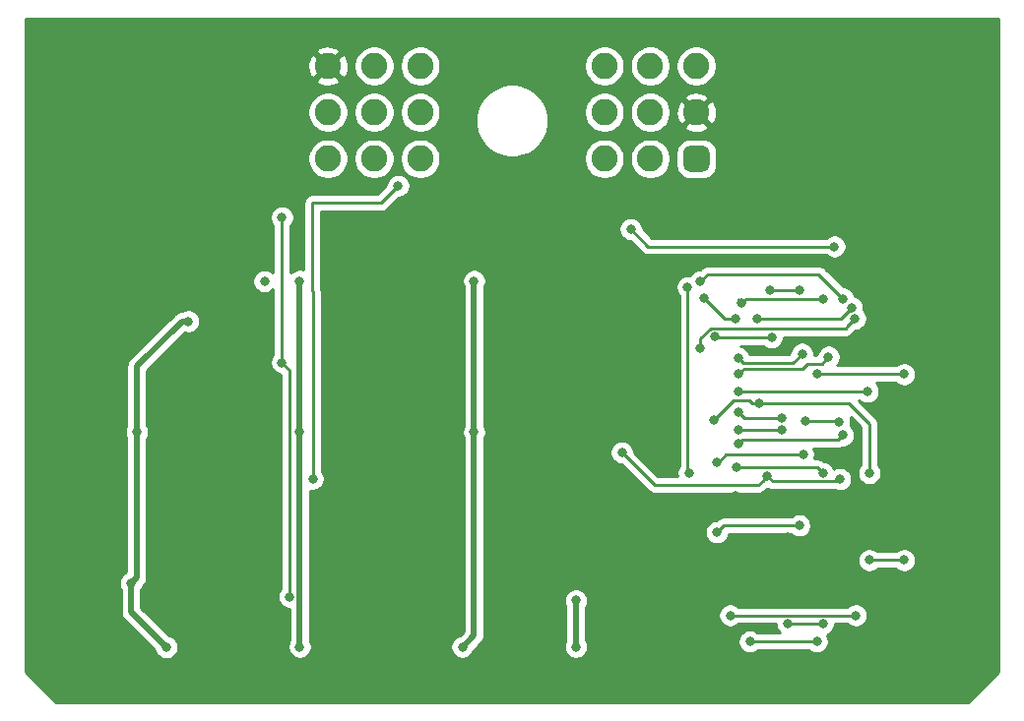
<source format=gbl>
G04 #@! TF.GenerationSoftware,KiCad,Pcbnew,(5.1.7)-1*
G04 #@! TF.CreationDate,2022-01-10T20:36:18+10:30*
G04 #@! TF.ProjectId,BSPD,42535044-2e6b-4696-9361-645f70636258,4*
G04 #@! TF.SameCoordinates,Original*
G04 #@! TF.FileFunction,Copper,L2,Bot*
G04 #@! TF.FilePolarity,Positive*
%FSLAX46Y46*%
G04 Gerber Fmt 4.6, Leading zero omitted, Abs format (unit mm)*
G04 Created by KiCad (PCBNEW (5.1.7)-1) date 2022-01-10 20:36:18*
%MOMM*%
%LPD*%
G01*
G04 APERTURE LIST*
G04 #@! TA.AperFunction,ComponentPad*
%ADD10C,2.250000*%
G04 #@! TD*
G04 #@! TA.AperFunction,ViaPad*
%ADD11C,0.800000*%
G04 #@! TD*
G04 #@! TA.AperFunction,Conductor*
%ADD12C,0.250000*%
G04 #@! TD*
G04 #@! TA.AperFunction,Conductor*
%ADD13C,0.500000*%
G04 #@! TD*
G04 #@! TA.AperFunction,Conductor*
%ADD14C,0.254000*%
G04 #@! TD*
G04 #@! TA.AperFunction,Conductor*
%ADD15C,0.100000*%
G04 #@! TD*
G04 APERTURE END LIST*
D10*
X147680000Y-59475000D03*
X127880000Y-59475000D03*
X123920000Y-59475000D03*
X143720000Y-59475000D03*
X119960000Y-59475000D03*
X147680000Y-63465000D03*
X127880000Y-63465000D03*
X123920000Y-63465000D03*
X143720000Y-63465000D03*
X119960000Y-63465000D03*
X119960000Y-67455000D03*
X123920000Y-67455000D03*
X127880000Y-67455000D03*
X143720000Y-67455000D03*
X147680000Y-67455000D03*
X151640000Y-59475000D03*
X151640000Y-63465000D03*
G04 #@! TA.AperFunction,ComponentPad*
G36*
G01*
X150515000Y-68017500D02*
X150515000Y-66892500D01*
G75*
G02*
X151077500Y-66330000I562500J0D01*
G01*
X152202500Y-66330000D01*
G75*
G02*
X152765000Y-66892500I0J-562500D01*
G01*
X152765000Y-68017500D01*
G75*
G02*
X152202500Y-68580000I-562500J0D01*
G01*
X151077500Y-68580000D01*
G75*
G02*
X150515000Y-68017500I0J562500D01*
G01*
G37*
G04 #@! TD.AperFunction*
D11*
X109500000Y-107000000D03*
X110000000Y-94000000D03*
X139000000Y-81000000D03*
X124000000Y-81250000D03*
X158190000Y-104025000D03*
X159460000Y-100040000D03*
X162000000Y-99500000D03*
X164000000Y-98500000D03*
X171525000Y-81025000D03*
X171525000Y-91025000D03*
X171525000Y-100525000D03*
X171525000Y-108525000D03*
X162000000Y-83875000D03*
X139000000Y-94000000D03*
X113000000Y-71000000D03*
X113000000Y-70000000D03*
X153750000Y-72750000D03*
X155000000Y-96500000D03*
X165000000Y-57500000D03*
X165000000Y-60000000D03*
X165000000Y-62500000D03*
X167500000Y-62500000D03*
X170000000Y-62500000D03*
X170000000Y-60000000D03*
X167500000Y-60000000D03*
X167500000Y-57500000D03*
X170000000Y-57500000D03*
X170000000Y-65000000D03*
X167500000Y-65000000D03*
X167500000Y-67500000D03*
X165000000Y-67500000D03*
X167500000Y-70000000D03*
X170000000Y-70000000D03*
X170000000Y-67500000D03*
X162500000Y-60000000D03*
X162500000Y-62500000D03*
X162500000Y-67500000D03*
X126955000Y-107450000D03*
X151500000Y-76250000D03*
X148450000Y-103770000D03*
X147190000Y-100230000D03*
X145660000Y-98700000D03*
X163914999Y-90085001D03*
X161000000Y-90000000D03*
X164253750Y-79503750D03*
X152000000Y-78000000D03*
X164250000Y-91250000D03*
X155250000Y-92000000D03*
X159000000Y-89750000D03*
X155250000Y-89250000D03*
X159000000Y-90750000D03*
X155250000Y-90750000D03*
X163000000Y-84500000D03*
X155250000Y-86000000D03*
X162500000Y-94500000D03*
X155100000Y-94000000D03*
X162500000Y-79500000D03*
X155500000Y-79900000D03*
X150899999Y-78500001D03*
X150995000Y-94504988D03*
X160730000Y-84230000D03*
X155250000Y-84629999D03*
X132525000Y-90975000D03*
X117525000Y-90975000D03*
X103025000Y-103975000D03*
X103525000Y-90975000D03*
X166500000Y-102000000D03*
X169500000Y-102000000D03*
X162000000Y-86000000D03*
X169500000Y-86000000D03*
X117525000Y-77975000D03*
X106050000Y-109500000D03*
X131525000Y-109475000D03*
X117525000Y-109475000D03*
X132525000Y-77975000D03*
X107955000Y-81450000D03*
X141275000Y-109475000D03*
X141290002Y-105470000D03*
X165000000Y-80250000D03*
X156830000Y-81200000D03*
X166360000Y-87500000D03*
X155250000Y-87500000D03*
X116000000Y-85000000D03*
X116000000Y-72500000D03*
X116655000Y-105150000D03*
X162000000Y-109000000D03*
X156250000Y-109000000D03*
X159500000Y-107500000D03*
X162500000Y-107500000D03*
X163500000Y-75000000D03*
X146000000Y-73500000D03*
X126000000Y-69770000D03*
X118655000Y-95000000D03*
X166500000Y-94500000D03*
X157000000Y-88500000D03*
X153155000Y-89975000D03*
X164000000Y-95035000D03*
X157737501Y-94762499D03*
X145239847Y-92734847D03*
X165355000Y-106750000D03*
X154555016Y-106750000D03*
X165290000Y-81210000D03*
X151980000Y-83750000D03*
X114500000Y-78000000D03*
X153400000Y-99600000D03*
X160487347Y-99012653D03*
X152300000Y-79450013D03*
X154991889Y-81247516D03*
X158109957Y-82850000D03*
X153191502Y-82786502D03*
X158000000Y-78775000D03*
X160500000Y-78775000D03*
X153400000Y-93575001D03*
X160810001Y-92900000D03*
D12*
X147190000Y-100230000D02*
X145660000Y-98700000D01*
X163829998Y-90000000D02*
X163914999Y-90085001D01*
X161000000Y-90000000D02*
X163829998Y-90000000D01*
X152000000Y-78000000D02*
X152000000Y-78000000D01*
X152600000Y-77400000D02*
X152000000Y-78000000D01*
X162150000Y-77400000D02*
X152600000Y-77400000D01*
X164253750Y-79503750D02*
X162150000Y-77400000D01*
X155600001Y-91649999D02*
X155250000Y-92000000D01*
X164250000Y-91250000D02*
X163850001Y-91649999D01*
X163850001Y-91649999D02*
X155600001Y-91649999D01*
X155250000Y-92000000D02*
X155250000Y-92000000D01*
X155750000Y-89750000D02*
X155250000Y-89250000D01*
X159000000Y-89750000D02*
X155750000Y-89750000D01*
X155250000Y-89250000D02*
X155250000Y-89250000D01*
X159000000Y-90750000D02*
X155250000Y-90750000D01*
X155250000Y-90750000D02*
X155250000Y-90750000D01*
X160750000Y-85500000D02*
X155750000Y-85500000D01*
X161169991Y-85080009D02*
X160750000Y-85500000D01*
X163000000Y-84500000D02*
X162419991Y-85080009D01*
X155750000Y-85500000D02*
X155250000Y-86000000D01*
X162419991Y-85080009D02*
X161169991Y-85080009D01*
X155250000Y-86000000D02*
X155250000Y-86000000D01*
X162500000Y-94500000D02*
X162000000Y-94000000D01*
X162000000Y-94000000D02*
X155100000Y-94000000D01*
X155250000Y-79500000D02*
X155250000Y-79500000D01*
X162500000Y-79500000D02*
X155899999Y-79500001D01*
X155899999Y-79500001D02*
X155500000Y-79900000D01*
X150899999Y-78500001D02*
X150899999Y-94409987D01*
X150899999Y-94409987D02*
X150995000Y-94504988D01*
X155250000Y-84629999D02*
X155250000Y-84629999D01*
X160730000Y-84230000D02*
X159930002Y-85029998D01*
X155649999Y-85029998D02*
X155250000Y-84629999D01*
X159930002Y-85029998D02*
X155649999Y-85029998D01*
X166500000Y-102000000D02*
X169500000Y-102000000D01*
X169500000Y-102000000D02*
X169500000Y-102000000D01*
X162000000Y-86000000D02*
X169500000Y-86000000D01*
X169500000Y-86000000D02*
X169500000Y-86000000D01*
D13*
X131525000Y-109475000D02*
X131525000Y-109475000D01*
X117525000Y-109475000D02*
X117525000Y-109475000D01*
X132525000Y-77975000D02*
X132525000Y-90975000D01*
X132525000Y-108475000D02*
X131525000Y-109475000D01*
X132525000Y-90975000D02*
X132525000Y-108475000D01*
X117525000Y-77975000D02*
X117525000Y-90975000D01*
X103525000Y-103475000D02*
X103025000Y-103975000D01*
X103525000Y-90975000D02*
X103525000Y-103475000D01*
X103025000Y-106475000D02*
X106050000Y-109500000D01*
X103025000Y-103975000D02*
X103025000Y-106475000D01*
X117525000Y-108325000D02*
X117525000Y-109475000D01*
X117525000Y-90975000D02*
X117525000Y-108325000D01*
X103544315Y-85295000D02*
X103525000Y-85295000D01*
X107389315Y-81450000D02*
X103544315Y-85295000D01*
X107955000Y-81450000D02*
X107389315Y-81450000D01*
X103525000Y-90975000D02*
X103525000Y-85295000D01*
X141275000Y-109475000D02*
X141275000Y-105485002D01*
X141275000Y-105485002D02*
X141290002Y-105470000D01*
D12*
X164050000Y-81200000D02*
X156830000Y-81200000D01*
X165000000Y-80250000D02*
X164050000Y-81200000D01*
X166360000Y-87500000D02*
X155250000Y-87500000D01*
X155250000Y-87500000D02*
X155250000Y-87500000D01*
X116000000Y-85000000D02*
X116000000Y-72500000D01*
X116000000Y-72500000D02*
X116000000Y-72500000D01*
X116655000Y-85655000D02*
X116000000Y-85000000D01*
X116655000Y-105150000D02*
X116655000Y-85655000D01*
X156250000Y-109000000D02*
X162000000Y-109000000D01*
X159500000Y-107500000D02*
X162500000Y-107500000D01*
X162500000Y-107500000D02*
X162500000Y-107500000D01*
X163500000Y-75000000D02*
X147500000Y-75000000D01*
X147500000Y-75000000D02*
X146000000Y-73500000D01*
X146000000Y-73500000D02*
X146000000Y-73500000D01*
X118655000Y-78850000D02*
X118630000Y-78825000D01*
X118630000Y-78825000D02*
X118630000Y-71250000D01*
X124520000Y-71250000D02*
X126000000Y-69770000D01*
X118630000Y-71250000D02*
X124520000Y-71250000D01*
X118655000Y-95000000D02*
X118655000Y-78850000D01*
X166500000Y-94500000D02*
X166500000Y-90250000D01*
X166500000Y-90250000D02*
X164750000Y-88500000D01*
X164750000Y-88500000D02*
X157000000Y-88500000D01*
X157000000Y-88500000D02*
X157000000Y-88500000D01*
X156434315Y-88500000D02*
X157000000Y-88500000D01*
X156209316Y-88275001D02*
X156434315Y-88500000D01*
X154854999Y-88275001D02*
X156209316Y-88275001D01*
X153155000Y-89975000D02*
X154854999Y-88275001D01*
X158200002Y-95225001D02*
X157737501Y-94762499D01*
X164000000Y-95035000D02*
X163809999Y-95225001D01*
X163809999Y-95225001D02*
X158200002Y-95225001D01*
X157737501Y-94762499D02*
X157725001Y-94750000D01*
X148025002Y-95520002D02*
X156979998Y-95520002D01*
X156979998Y-95520002D02*
X157337502Y-95162498D01*
X145239847Y-92734847D02*
X148025002Y-95520002D01*
X157337502Y-95162498D02*
X157737501Y-94762499D01*
X165355000Y-106750000D02*
X154555016Y-106750000D01*
X165290000Y-81210000D02*
X164652500Y-81847500D01*
X164652500Y-81847500D02*
X164550000Y-81950000D01*
X151980000Y-82925002D02*
X152855002Y-82050000D01*
X156326996Y-82050000D02*
X156341998Y-82065002D01*
X156341998Y-82065002D02*
X157038002Y-82065002D01*
X151980000Y-83750000D02*
X151980000Y-82925002D01*
X157038002Y-82065002D02*
X157053004Y-82050000D01*
X164450000Y-82050000D02*
X164652500Y-81847500D01*
X152855002Y-82050000D02*
X156326996Y-82050000D01*
X157053004Y-82050000D02*
X164450000Y-82050000D01*
X153987347Y-99012653D02*
X160487347Y-99012653D01*
X153400000Y-99600000D02*
X153987347Y-99012653D01*
X152300000Y-79450013D02*
X154097503Y-81247516D01*
X154097503Y-81247516D02*
X154991889Y-81247516D01*
X158109957Y-82850000D02*
X153255000Y-82850000D01*
X153255000Y-82850000D02*
X153191502Y-82786502D01*
X158000000Y-78775000D02*
X160475000Y-78775000D01*
X160475000Y-78775000D02*
X160500000Y-78775000D01*
X154200000Y-92900000D02*
X160810001Y-92900000D01*
X153524999Y-93575001D02*
X154200000Y-92900000D01*
X153400000Y-93575001D02*
X153524999Y-93575001D01*
D14*
X177605000Y-111627986D02*
X174987553Y-114245434D01*
X96602448Y-114245434D01*
X93985000Y-111627987D01*
X93985000Y-103873061D01*
X101990000Y-103873061D01*
X101990000Y-104076939D01*
X102029774Y-104276898D01*
X102107795Y-104465256D01*
X102140000Y-104513455D01*
X102140001Y-106431521D01*
X102135719Y-106475000D01*
X102152805Y-106648490D01*
X102203412Y-106815313D01*
X102285590Y-106969059D01*
X102368468Y-107070046D01*
X102368471Y-107070049D01*
X102396184Y-107103817D01*
X102429951Y-107131529D01*
X105043465Y-109745044D01*
X105054774Y-109801898D01*
X105132795Y-109990256D01*
X105246063Y-110159774D01*
X105390226Y-110303937D01*
X105559744Y-110417205D01*
X105748102Y-110495226D01*
X105948061Y-110535000D01*
X106151939Y-110535000D01*
X106351898Y-110495226D01*
X106540256Y-110417205D01*
X106709774Y-110303937D01*
X106853937Y-110159774D01*
X106967205Y-109990256D01*
X107045226Y-109801898D01*
X107085000Y-109601939D01*
X107085000Y-109398061D01*
X107045226Y-109198102D01*
X106967205Y-109009744D01*
X106853937Y-108840226D01*
X106709774Y-108696063D01*
X106540256Y-108582795D01*
X106351898Y-108504774D01*
X106295044Y-108493465D01*
X103910000Y-106108422D01*
X103910000Y-104513454D01*
X103942205Y-104465256D01*
X104020226Y-104276898D01*
X104031535Y-104220043D01*
X104120044Y-104131534D01*
X104153817Y-104103817D01*
X104264411Y-103969059D01*
X104346589Y-103815313D01*
X104397195Y-103648490D01*
X104410000Y-103518477D01*
X104410000Y-103518469D01*
X104414281Y-103475000D01*
X104410000Y-103431531D01*
X104410000Y-91513454D01*
X104442205Y-91465256D01*
X104520226Y-91276898D01*
X104560000Y-91076939D01*
X104560000Y-90873061D01*
X104520226Y-90673102D01*
X104442205Y-90484744D01*
X104410000Y-90436546D01*
X104410000Y-85680893D01*
X107647845Y-82443049D01*
X107653102Y-82445226D01*
X107853061Y-82485000D01*
X108056939Y-82485000D01*
X108256898Y-82445226D01*
X108445256Y-82367205D01*
X108614774Y-82253937D01*
X108758937Y-82109774D01*
X108872205Y-81940256D01*
X108950226Y-81751898D01*
X108990000Y-81551939D01*
X108990000Y-81348061D01*
X108950226Y-81148102D01*
X108872205Y-80959744D01*
X108758937Y-80790226D01*
X108614774Y-80646063D01*
X108445256Y-80532795D01*
X108256898Y-80454774D01*
X108056939Y-80415000D01*
X107853061Y-80415000D01*
X107653102Y-80454774D01*
X107464744Y-80532795D01*
X107418631Y-80563606D01*
X107389314Y-80560719D01*
X107345848Y-80565000D01*
X107345838Y-80565000D01*
X107215825Y-80577805D01*
X107049002Y-80628411D01*
X106895256Y-80710589D01*
X106895254Y-80710590D01*
X106895255Y-80710590D01*
X106794268Y-80793468D01*
X106794266Y-80793470D01*
X106760498Y-80821183D01*
X106732785Y-80854951D01*
X103033534Y-84554203D01*
X103030941Y-84555589D01*
X102896183Y-84666183D01*
X102785589Y-84800941D01*
X102703411Y-84954687D01*
X102652805Y-85121510D01*
X102635718Y-85295000D01*
X102640001Y-85338487D01*
X102640000Y-90436546D01*
X102607795Y-90484744D01*
X102529774Y-90673102D01*
X102490000Y-90873061D01*
X102490000Y-91076939D01*
X102529774Y-91276898D01*
X102607795Y-91465256D01*
X102640000Y-91513454D01*
X102640001Y-103014196D01*
X102534744Y-103057795D01*
X102365226Y-103171063D01*
X102221063Y-103315226D01*
X102107795Y-103484744D01*
X102029774Y-103673102D01*
X101990000Y-103873061D01*
X93985000Y-103873061D01*
X93985000Y-77898061D01*
X113465000Y-77898061D01*
X113465000Y-78101939D01*
X113504774Y-78301898D01*
X113582795Y-78490256D01*
X113696063Y-78659774D01*
X113840226Y-78803937D01*
X114009744Y-78917205D01*
X114198102Y-78995226D01*
X114398061Y-79035000D01*
X114601939Y-79035000D01*
X114801898Y-78995226D01*
X114990256Y-78917205D01*
X115159774Y-78803937D01*
X115240001Y-78723710D01*
X115240000Y-84296289D01*
X115196063Y-84340226D01*
X115082795Y-84509744D01*
X115004774Y-84698102D01*
X114965000Y-84898061D01*
X114965000Y-85101939D01*
X115004774Y-85301898D01*
X115082795Y-85490256D01*
X115196063Y-85659774D01*
X115340226Y-85803937D01*
X115509744Y-85917205D01*
X115698102Y-85995226D01*
X115895001Y-86034391D01*
X115895000Y-104446289D01*
X115851063Y-104490226D01*
X115737795Y-104659744D01*
X115659774Y-104848102D01*
X115620000Y-105048061D01*
X115620000Y-105251939D01*
X115659774Y-105451898D01*
X115737795Y-105640256D01*
X115851063Y-105809774D01*
X115995226Y-105953937D01*
X116164744Y-106067205D01*
X116353102Y-106145226D01*
X116553061Y-106185000D01*
X116640001Y-106185000D01*
X116640001Y-108281514D01*
X116640000Y-108281524D01*
X116640001Y-108936545D01*
X116607795Y-108984744D01*
X116529774Y-109173102D01*
X116490000Y-109373061D01*
X116490000Y-109576939D01*
X116529774Y-109776898D01*
X116607795Y-109965256D01*
X116721063Y-110134774D01*
X116865226Y-110278937D01*
X117034744Y-110392205D01*
X117223102Y-110470226D01*
X117423061Y-110510000D01*
X117626939Y-110510000D01*
X117826898Y-110470226D01*
X118015256Y-110392205D01*
X118184774Y-110278937D01*
X118328937Y-110134774D01*
X118442205Y-109965256D01*
X118520226Y-109776898D01*
X118560000Y-109576939D01*
X118560000Y-109373061D01*
X130490000Y-109373061D01*
X130490000Y-109576939D01*
X130529774Y-109776898D01*
X130607795Y-109965256D01*
X130721063Y-110134774D01*
X130865226Y-110278937D01*
X131034744Y-110392205D01*
X131223102Y-110470226D01*
X131423061Y-110510000D01*
X131626939Y-110510000D01*
X131826898Y-110470226D01*
X132015256Y-110392205D01*
X132184774Y-110278937D01*
X132328937Y-110134774D01*
X132442205Y-109965256D01*
X132520226Y-109776898D01*
X132531535Y-109720043D01*
X132878517Y-109373061D01*
X140240000Y-109373061D01*
X140240000Y-109576939D01*
X140279774Y-109776898D01*
X140357795Y-109965256D01*
X140471063Y-110134774D01*
X140615226Y-110278937D01*
X140784744Y-110392205D01*
X140973102Y-110470226D01*
X141173061Y-110510000D01*
X141376939Y-110510000D01*
X141576898Y-110470226D01*
X141765256Y-110392205D01*
X141934774Y-110278937D01*
X142078937Y-110134774D01*
X142192205Y-109965256D01*
X142270226Y-109776898D01*
X142310000Y-109576939D01*
X142310000Y-109373061D01*
X142270226Y-109173102D01*
X142192205Y-108984744D01*
X142160000Y-108936546D01*
X142160000Y-106648061D01*
X153520016Y-106648061D01*
X153520016Y-106851939D01*
X153559790Y-107051898D01*
X153637811Y-107240256D01*
X153751079Y-107409774D01*
X153895242Y-107553937D01*
X154064760Y-107667205D01*
X154253118Y-107745226D01*
X154453077Y-107785000D01*
X154656955Y-107785000D01*
X154856914Y-107745226D01*
X155045272Y-107667205D01*
X155214790Y-107553937D01*
X155258727Y-107510000D01*
X158465000Y-107510000D01*
X158465000Y-107601939D01*
X158504774Y-107801898D01*
X158582795Y-107990256D01*
X158696063Y-108159774D01*
X158776289Y-108240000D01*
X156953711Y-108240000D01*
X156909774Y-108196063D01*
X156740256Y-108082795D01*
X156551898Y-108004774D01*
X156351939Y-107965000D01*
X156148061Y-107965000D01*
X155948102Y-108004774D01*
X155759744Y-108082795D01*
X155590226Y-108196063D01*
X155446063Y-108340226D01*
X155332795Y-108509744D01*
X155254774Y-108698102D01*
X155215000Y-108898061D01*
X155215000Y-109101939D01*
X155254774Y-109301898D01*
X155332795Y-109490256D01*
X155446063Y-109659774D01*
X155590226Y-109803937D01*
X155759744Y-109917205D01*
X155948102Y-109995226D01*
X156148061Y-110035000D01*
X156351939Y-110035000D01*
X156551898Y-109995226D01*
X156740256Y-109917205D01*
X156909774Y-109803937D01*
X156953711Y-109760000D01*
X161296289Y-109760000D01*
X161340226Y-109803937D01*
X161509744Y-109917205D01*
X161698102Y-109995226D01*
X161898061Y-110035000D01*
X162101939Y-110035000D01*
X162301898Y-109995226D01*
X162490256Y-109917205D01*
X162659774Y-109803937D01*
X162803937Y-109659774D01*
X162917205Y-109490256D01*
X162995226Y-109301898D01*
X163035000Y-109101939D01*
X163035000Y-108898061D01*
X162995226Y-108698102D01*
X162917205Y-108509744D01*
X162884612Y-108460965D01*
X162990256Y-108417205D01*
X163159774Y-108303937D01*
X163303937Y-108159774D01*
X163417205Y-107990256D01*
X163495226Y-107801898D01*
X163535000Y-107601939D01*
X163535000Y-107510000D01*
X164651289Y-107510000D01*
X164695226Y-107553937D01*
X164864744Y-107667205D01*
X165053102Y-107745226D01*
X165253061Y-107785000D01*
X165456939Y-107785000D01*
X165656898Y-107745226D01*
X165845256Y-107667205D01*
X166014774Y-107553937D01*
X166158937Y-107409774D01*
X166272205Y-107240256D01*
X166350226Y-107051898D01*
X166390000Y-106851939D01*
X166390000Y-106648061D01*
X166350226Y-106448102D01*
X166272205Y-106259744D01*
X166158937Y-106090226D01*
X166014774Y-105946063D01*
X165845256Y-105832795D01*
X165656898Y-105754774D01*
X165456939Y-105715000D01*
X165253061Y-105715000D01*
X165053102Y-105754774D01*
X164864744Y-105832795D01*
X164695226Y-105946063D01*
X164651289Y-105990000D01*
X155258727Y-105990000D01*
X155214790Y-105946063D01*
X155045272Y-105832795D01*
X154856914Y-105754774D01*
X154656955Y-105715000D01*
X154453077Y-105715000D01*
X154253118Y-105754774D01*
X154064760Y-105832795D01*
X153895242Y-105946063D01*
X153751079Y-106090226D01*
X153637811Y-106259744D01*
X153559790Y-106448102D01*
X153520016Y-106648061D01*
X142160000Y-106648061D01*
X142160000Y-106030906D01*
X142207207Y-105960256D01*
X142285228Y-105771898D01*
X142325002Y-105571939D01*
X142325002Y-105368061D01*
X142285228Y-105168102D01*
X142207207Y-104979744D01*
X142093939Y-104810226D01*
X141949776Y-104666063D01*
X141780258Y-104552795D01*
X141591900Y-104474774D01*
X141391941Y-104435000D01*
X141188063Y-104435000D01*
X140988104Y-104474774D01*
X140799746Y-104552795D01*
X140630228Y-104666063D01*
X140486065Y-104810226D01*
X140372797Y-104979744D01*
X140294776Y-105168102D01*
X140255002Y-105368061D01*
X140255002Y-105571939D01*
X140294776Y-105771898D01*
X140372797Y-105960256D01*
X140390001Y-105986003D01*
X140390000Y-108936545D01*
X140357795Y-108984744D01*
X140279774Y-109173102D01*
X140240000Y-109373061D01*
X132878517Y-109373061D01*
X133120049Y-109131530D01*
X133153817Y-109103817D01*
X133231022Y-109009744D01*
X133264411Y-108969059D01*
X133346589Y-108815314D01*
X133397195Y-108648490D01*
X133410000Y-108518477D01*
X133410000Y-108518469D01*
X133414281Y-108475000D01*
X133410000Y-108431531D01*
X133410000Y-101898061D01*
X165465000Y-101898061D01*
X165465000Y-102101939D01*
X165504774Y-102301898D01*
X165582795Y-102490256D01*
X165696063Y-102659774D01*
X165840226Y-102803937D01*
X166009744Y-102917205D01*
X166198102Y-102995226D01*
X166398061Y-103035000D01*
X166601939Y-103035000D01*
X166801898Y-102995226D01*
X166990256Y-102917205D01*
X167159774Y-102803937D01*
X167203711Y-102760000D01*
X168796289Y-102760000D01*
X168840226Y-102803937D01*
X169009744Y-102917205D01*
X169198102Y-102995226D01*
X169398061Y-103035000D01*
X169601939Y-103035000D01*
X169801898Y-102995226D01*
X169990256Y-102917205D01*
X170159774Y-102803937D01*
X170303937Y-102659774D01*
X170417205Y-102490256D01*
X170495226Y-102301898D01*
X170535000Y-102101939D01*
X170535000Y-101898061D01*
X170495226Y-101698102D01*
X170417205Y-101509744D01*
X170303937Y-101340226D01*
X170159774Y-101196063D01*
X169990256Y-101082795D01*
X169801898Y-101004774D01*
X169601939Y-100965000D01*
X169398061Y-100965000D01*
X169198102Y-101004774D01*
X169009744Y-101082795D01*
X168840226Y-101196063D01*
X168796289Y-101240000D01*
X167203711Y-101240000D01*
X167159774Y-101196063D01*
X166990256Y-101082795D01*
X166801898Y-101004774D01*
X166601939Y-100965000D01*
X166398061Y-100965000D01*
X166198102Y-101004774D01*
X166009744Y-101082795D01*
X165840226Y-101196063D01*
X165696063Y-101340226D01*
X165582795Y-101509744D01*
X165504774Y-101698102D01*
X165465000Y-101898061D01*
X133410000Y-101898061D01*
X133410000Y-99498061D01*
X152365000Y-99498061D01*
X152365000Y-99701939D01*
X152404774Y-99901898D01*
X152482795Y-100090256D01*
X152596063Y-100259774D01*
X152740226Y-100403937D01*
X152909744Y-100517205D01*
X153098102Y-100595226D01*
X153298061Y-100635000D01*
X153501939Y-100635000D01*
X153701898Y-100595226D01*
X153890256Y-100517205D01*
X154059774Y-100403937D01*
X154203937Y-100259774D01*
X154317205Y-100090256D01*
X154395226Y-99901898D01*
X154420934Y-99772653D01*
X159783636Y-99772653D01*
X159827573Y-99816590D01*
X159997091Y-99929858D01*
X160185449Y-100007879D01*
X160385408Y-100047653D01*
X160589286Y-100047653D01*
X160789245Y-100007879D01*
X160977603Y-99929858D01*
X161147121Y-99816590D01*
X161291284Y-99672427D01*
X161404552Y-99502909D01*
X161482573Y-99314551D01*
X161522347Y-99114592D01*
X161522347Y-98910714D01*
X161482573Y-98710755D01*
X161404552Y-98522397D01*
X161291284Y-98352879D01*
X161147121Y-98208716D01*
X160977603Y-98095448D01*
X160789245Y-98017427D01*
X160589286Y-97977653D01*
X160385408Y-97977653D01*
X160185449Y-98017427D01*
X159997091Y-98095448D01*
X159827573Y-98208716D01*
X159783636Y-98252653D01*
X154024669Y-98252653D01*
X153987346Y-98248977D01*
X153950023Y-98252653D01*
X153950014Y-98252653D01*
X153838361Y-98263650D01*
X153695100Y-98307107D01*
X153563070Y-98377679D01*
X153479430Y-98446321D01*
X153447346Y-98472652D01*
X153423547Y-98501651D01*
X153360198Y-98565000D01*
X153298061Y-98565000D01*
X153098102Y-98604774D01*
X152909744Y-98682795D01*
X152740226Y-98796063D01*
X152596063Y-98940226D01*
X152482795Y-99109744D01*
X152404774Y-99298102D01*
X152365000Y-99498061D01*
X133410000Y-99498061D01*
X133410000Y-92632908D01*
X144204847Y-92632908D01*
X144204847Y-92836786D01*
X144244621Y-93036745D01*
X144322642Y-93225103D01*
X144435910Y-93394621D01*
X144580073Y-93538784D01*
X144749591Y-93652052D01*
X144937949Y-93730073D01*
X145137908Y-93769847D01*
X145200046Y-93769847D01*
X147461203Y-96031005D01*
X147485001Y-96060003D01*
X147513999Y-96083801D01*
X147600725Y-96154976D01*
X147732755Y-96225548D01*
X147876016Y-96269005D01*
X147987669Y-96280002D01*
X147987679Y-96280002D01*
X148025002Y-96283678D01*
X148062325Y-96280002D01*
X156942676Y-96280002D01*
X156979998Y-96283678D01*
X157017320Y-96280002D01*
X157017331Y-96280002D01*
X157128984Y-96269005D01*
X157272245Y-96225548D01*
X157404274Y-96154976D01*
X157519999Y-96060003D01*
X157543802Y-96030999D01*
X157742277Y-95832524D01*
X157775726Y-95859975D01*
X157907755Y-95930547D01*
X158051016Y-95974004D01*
X158162669Y-95985001D01*
X158162678Y-95985001D01*
X158200001Y-95988677D01*
X158237326Y-95985001D01*
X163588920Y-95985001D01*
X163698102Y-96030226D01*
X163898061Y-96070000D01*
X164101939Y-96070000D01*
X164301898Y-96030226D01*
X164490256Y-95952205D01*
X164659774Y-95838937D01*
X164803937Y-95694774D01*
X164917205Y-95525256D01*
X164995226Y-95336898D01*
X165035000Y-95136939D01*
X165035000Y-94933061D01*
X164995226Y-94733102D01*
X164917205Y-94544744D01*
X164803937Y-94375226D01*
X164659774Y-94231063D01*
X164490256Y-94117795D01*
X164301898Y-94039774D01*
X164101939Y-94000000D01*
X163898061Y-94000000D01*
X163698102Y-94039774D01*
X163509744Y-94117795D01*
X163472319Y-94142801D01*
X163417205Y-94009744D01*
X163303937Y-93840226D01*
X163159774Y-93696063D01*
X162990256Y-93582795D01*
X162801898Y-93504774D01*
X162601939Y-93465000D01*
X162544105Y-93465000D01*
X162540001Y-93459999D01*
X162424276Y-93365026D01*
X162292247Y-93294454D01*
X162148986Y-93250997D01*
X162037333Y-93240000D01*
X162037322Y-93240000D01*
X162000000Y-93236324D01*
X161962678Y-93240000D01*
X161789445Y-93240000D01*
X161805227Y-93201898D01*
X161845001Y-93001939D01*
X161845001Y-92798061D01*
X161805227Y-92598102D01*
X161727312Y-92409999D01*
X163812679Y-92409999D01*
X163850001Y-92413675D01*
X163887323Y-92409999D01*
X163887334Y-92409999D01*
X163998987Y-92399002D01*
X164142248Y-92355545D01*
X164274226Y-92285000D01*
X164351939Y-92285000D01*
X164551898Y-92245226D01*
X164740256Y-92167205D01*
X164909774Y-92053937D01*
X165053937Y-91909774D01*
X165167205Y-91740256D01*
X165245226Y-91551898D01*
X165285000Y-91351939D01*
X165285000Y-91148061D01*
X165245226Y-90948102D01*
X165167205Y-90759744D01*
X165053937Y-90590226D01*
X164909774Y-90446063D01*
X164890933Y-90433474D01*
X164910225Y-90386899D01*
X164949999Y-90186940D01*
X164949999Y-89983062D01*
X164910225Y-89783103D01*
X164876229Y-89701031D01*
X165740001Y-90564803D01*
X165740000Y-93796289D01*
X165696063Y-93840226D01*
X165582795Y-94009744D01*
X165504774Y-94198102D01*
X165465000Y-94398061D01*
X165465000Y-94601939D01*
X165504774Y-94801898D01*
X165582795Y-94990256D01*
X165696063Y-95159774D01*
X165840226Y-95303937D01*
X166009744Y-95417205D01*
X166198102Y-95495226D01*
X166398061Y-95535000D01*
X166601939Y-95535000D01*
X166801898Y-95495226D01*
X166990256Y-95417205D01*
X167159774Y-95303937D01*
X167303937Y-95159774D01*
X167417205Y-94990256D01*
X167495226Y-94801898D01*
X167535000Y-94601939D01*
X167535000Y-94398061D01*
X167495226Y-94198102D01*
X167417205Y-94009744D01*
X167303937Y-93840226D01*
X167260000Y-93796289D01*
X167260000Y-90287325D01*
X167263676Y-90250000D01*
X167260000Y-90212675D01*
X167260000Y-90212667D01*
X167249003Y-90101014D01*
X167205546Y-89957753D01*
X167134974Y-89825724D01*
X167040001Y-89709999D01*
X167011003Y-89686201D01*
X165584801Y-88260000D01*
X165656289Y-88260000D01*
X165700226Y-88303937D01*
X165869744Y-88417205D01*
X166058102Y-88495226D01*
X166258061Y-88535000D01*
X166461939Y-88535000D01*
X166661898Y-88495226D01*
X166850256Y-88417205D01*
X167019774Y-88303937D01*
X167163937Y-88159774D01*
X167277205Y-87990256D01*
X167355226Y-87801898D01*
X167395000Y-87601939D01*
X167395000Y-87398061D01*
X167355226Y-87198102D01*
X167277205Y-87009744D01*
X167163937Y-86840226D01*
X167083711Y-86760000D01*
X168796289Y-86760000D01*
X168840226Y-86803937D01*
X169009744Y-86917205D01*
X169198102Y-86995226D01*
X169398061Y-87035000D01*
X169601939Y-87035000D01*
X169801898Y-86995226D01*
X169990256Y-86917205D01*
X170159774Y-86803937D01*
X170303937Y-86659774D01*
X170417205Y-86490256D01*
X170495226Y-86301898D01*
X170535000Y-86101939D01*
X170535000Y-85898061D01*
X170495226Y-85698102D01*
X170417205Y-85509744D01*
X170303937Y-85340226D01*
X170159774Y-85196063D01*
X169990256Y-85082795D01*
X169801898Y-85004774D01*
X169601939Y-84965000D01*
X169398061Y-84965000D01*
X169198102Y-85004774D01*
X169009744Y-85082795D01*
X168840226Y-85196063D01*
X168796289Y-85240000D01*
X163723711Y-85240000D01*
X163803937Y-85159774D01*
X163917205Y-84990256D01*
X163995226Y-84801898D01*
X164035000Y-84601939D01*
X164035000Y-84398061D01*
X163995226Y-84198102D01*
X163917205Y-84009744D01*
X163803937Y-83840226D01*
X163659774Y-83696063D01*
X163490256Y-83582795D01*
X163301898Y-83504774D01*
X163101939Y-83465000D01*
X162898061Y-83465000D01*
X162698102Y-83504774D01*
X162509744Y-83582795D01*
X162340226Y-83696063D01*
X162196063Y-83840226D01*
X162082795Y-84009744D01*
X162004774Y-84198102D01*
X161980525Y-84320009D01*
X161765000Y-84320009D01*
X161765000Y-84128061D01*
X161725226Y-83928102D01*
X161647205Y-83739744D01*
X161533937Y-83570226D01*
X161389774Y-83426063D01*
X161220256Y-83312795D01*
X161031898Y-83234774D01*
X160831939Y-83195000D01*
X160628061Y-83195000D01*
X160428102Y-83234774D01*
X160239744Y-83312795D01*
X160070226Y-83426063D01*
X159926063Y-83570226D01*
X159812795Y-83739744D01*
X159734774Y-83928102D01*
X159695000Y-84128061D01*
X159695000Y-84190199D01*
X159615201Y-84269998D01*
X156221159Y-84269998D01*
X156167205Y-84139743D01*
X156053937Y-83970225D01*
X155909774Y-83826062D01*
X155740256Y-83712794D01*
X155551898Y-83634773D01*
X155427355Y-83610000D01*
X157406246Y-83610000D01*
X157450183Y-83653937D01*
X157619701Y-83767205D01*
X157808059Y-83845226D01*
X158008018Y-83885000D01*
X158211896Y-83885000D01*
X158411855Y-83845226D01*
X158600213Y-83767205D01*
X158769731Y-83653937D01*
X158913894Y-83509774D01*
X159027162Y-83340256D01*
X159105183Y-83151898D01*
X159144957Y-82951939D01*
X159144957Y-82810000D01*
X164412678Y-82810000D01*
X164450000Y-82813676D01*
X164487322Y-82810000D01*
X164487333Y-82810000D01*
X164598986Y-82799003D01*
X164742247Y-82755546D01*
X164874276Y-82684974D01*
X164990001Y-82590001D01*
X165013804Y-82560997D01*
X165329801Y-82245000D01*
X165391939Y-82245000D01*
X165591898Y-82205226D01*
X165780256Y-82127205D01*
X165949774Y-82013937D01*
X166093937Y-81869774D01*
X166207205Y-81700256D01*
X166285226Y-81511898D01*
X166325000Y-81311939D01*
X166325000Y-81108061D01*
X166285226Y-80908102D01*
X166207205Y-80719744D01*
X166093937Y-80550226D01*
X166011881Y-80468170D01*
X166035000Y-80351939D01*
X166035000Y-80148061D01*
X165995226Y-79948102D01*
X165917205Y-79759744D01*
X165803937Y-79590226D01*
X165659774Y-79446063D01*
X165490256Y-79332795D01*
X165301898Y-79254774D01*
X165257756Y-79245994D01*
X165248976Y-79201852D01*
X165170955Y-79013494D01*
X165057687Y-78843976D01*
X164913524Y-78699813D01*
X164744006Y-78586545D01*
X164555648Y-78508524D01*
X164355689Y-78468750D01*
X164293552Y-78468750D01*
X162713804Y-76889003D01*
X162690001Y-76859999D01*
X162574276Y-76765026D01*
X162442247Y-76694454D01*
X162298986Y-76650997D01*
X162187333Y-76640000D01*
X162187322Y-76640000D01*
X162150000Y-76636324D01*
X162112678Y-76640000D01*
X152637322Y-76640000D01*
X152599999Y-76636324D01*
X152562676Y-76640000D01*
X152562667Y-76640000D01*
X152451014Y-76650997D01*
X152307753Y-76694454D01*
X152175723Y-76765026D01*
X152092083Y-76833668D01*
X152059999Y-76859999D01*
X152036200Y-76888998D01*
X151960198Y-76965000D01*
X151898061Y-76965000D01*
X151698102Y-77004774D01*
X151509744Y-77082795D01*
X151340226Y-77196063D01*
X151196063Y-77340226D01*
X151099698Y-77484447D01*
X151001938Y-77465001D01*
X150798060Y-77465001D01*
X150598101Y-77504775D01*
X150409743Y-77582796D01*
X150240225Y-77696064D01*
X150096062Y-77840227D01*
X149982794Y-78009745D01*
X149904773Y-78198103D01*
X149864999Y-78398062D01*
X149864999Y-78601940D01*
X149904773Y-78801899D01*
X149982794Y-78990257D01*
X150096062Y-79159775D01*
X150139999Y-79203712D01*
X150140000Y-93921635D01*
X150077795Y-94014732D01*
X149999774Y-94203090D01*
X149960000Y-94403049D01*
X149960000Y-94606927D01*
X149990448Y-94760002D01*
X148339804Y-94760002D01*
X146274847Y-92695046D01*
X146274847Y-92632908D01*
X146235073Y-92432949D01*
X146157052Y-92244591D01*
X146043784Y-92075073D01*
X145899621Y-91930910D01*
X145730103Y-91817642D01*
X145541745Y-91739621D01*
X145341786Y-91699847D01*
X145137908Y-91699847D01*
X144937949Y-91739621D01*
X144749591Y-91817642D01*
X144580073Y-91930910D01*
X144435910Y-92075073D01*
X144322642Y-92244591D01*
X144244621Y-92432949D01*
X144204847Y-92632908D01*
X133410000Y-92632908D01*
X133410000Y-91513454D01*
X133442205Y-91465256D01*
X133520226Y-91276898D01*
X133560000Y-91076939D01*
X133560000Y-90873061D01*
X133520226Y-90673102D01*
X133442205Y-90484744D01*
X133410000Y-90436546D01*
X133410000Y-78513454D01*
X133442205Y-78465256D01*
X133520226Y-78276898D01*
X133560000Y-78076939D01*
X133560000Y-77873061D01*
X133520226Y-77673102D01*
X133442205Y-77484744D01*
X133328937Y-77315226D01*
X133184774Y-77171063D01*
X133015256Y-77057795D01*
X132826898Y-76979774D01*
X132626939Y-76940000D01*
X132423061Y-76940000D01*
X132223102Y-76979774D01*
X132034744Y-77057795D01*
X131865226Y-77171063D01*
X131721063Y-77315226D01*
X131607795Y-77484744D01*
X131529774Y-77673102D01*
X131490000Y-77873061D01*
X131490000Y-78076939D01*
X131529774Y-78276898D01*
X131607795Y-78465256D01*
X131640000Y-78513454D01*
X131640001Y-90436544D01*
X131607795Y-90484744D01*
X131529774Y-90673102D01*
X131490000Y-90873061D01*
X131490000Y-91076939D01*
X131529774Y-91276898D01*
X131607795Y-91465256D01*
X131640000Y-91513454D01*
X131640001Y-108108420D01*
X131279957Y-108468465D01*
X131223102Y-108479774D01*
X131034744Y-108557795D01*
X130865226Y-108671063D01*
X130721063Y-108815226D01*
X130607795Y-108984744D01*
X130529774Y-109173102D01*
X130490000Y-109373061D01*
X118560000Y-109373061D01*
X118520226Y-109173102D01*
X118442205Y-108984744D01*
X118410000Y-108936546D01*
X118410000Y-96006544D01*
X118553061Y-96035000D01*
X118756939Y-96035000D01*
X118956898Y-95995226D01*
X119145256Y-95917205D01*
X119314774Y-95803937D01*
X119458937Y-95659774D01*
X119572205Y-95490256D01*
X119650226Y-95301898D01*
X119690000Y-95101939D01*
X119690000Y-94898061D01*
X119650226Y-94698102D01*
X119572205Y-94509744D01*
X119458937Y-94340226D01*
X119415000Y-94296289D01*
X119415000Y-78887322D01*
X119418676Y-78849999D01*
X119415000Y-78812677D01*
X119415000Y-78812667D01*
X119404003Y-78701014D01*
X119390000Y-78654851D01*
X119390000Y-73398061D01*
X144965000Y-73398061D01*
X144965000Y-73601939D01*
X145004774Y-73801898D01*
X145082795Y-73990256D01*
X145196063Y-74159774D01*
X145340226Y-74303937D01*
X145509744Y-74417205D01*
X145698102Y-74495226D01*
X145898061Y-74535000D01*
X145960199Y-74535000D01*
X146936201Y-75511003D01*
X146959999Y-75540001D01*
X147075724Y-75634974D01*
X147207753Y-75705546D01*
X147351014Y-75749003D01*
X147462667Y-75760000D01*
X147462676Y-75760000D01*
X147499999Y-75763676D01*
X147537322Y-75760000D01*
X162796289Y-75760000D01*
X162840226Y-75803937D01*
X163009744Y-75917205D01*
X163198102Y-75995226D01*
X163398061Y-76035000D01*
X163601939Y-76035000D01*
X163801898Y-75995226D01*
X163990256Y-75917205D01*
X164159774Y-75803937D01*
X164303937Y-75659774D01*
X164417205Y-75490256D01*
X164495226Y-75301898D01*
X164535000Y-75101939D01*
X164535000Y-74898061D01*
X164495226Y-74698102D01*
X164417205Y-74509744D01*
X164303937Y-74340226D01*
X164159774Y-74196063D01*
X163990256Y-74082795D01*
X163801898Y-74004774D01*
X163601939Y-73965000D01*
X163398061Y-73965000D01*
X163198102Y-74004774D01*
X163009744Y-74082795D01*
X162840226Y-74196063D01*
X162796289Y-74240000D01*
X147814802Y-74240000D01*
X147035000Y-73460199D01*
X147035000Y-73398061D01*
X146995226Y-73198102D01*
X146917205Y-73009744D01*
X146803937Y-72840226D01*
X146659774Y-72696063D01*
X146490256Y-72582795D01*
X146301898Y-72504774D01*
X146101939Y-72465000D01*
X145898061Y-72465000D01*
X145698102Y-72504774D01*
X145509744Y-72582795D01*
X145340226Y-72696063D01*
X145196063Y-72840226D01*
X145082795Y-73009744D01*
X145004774Y-73198102D01*
X144965000Y-73398061D01*
X119390000Y-73398061D01*
X119390000Y-72010000D01*
X124482678Y-72010000D01*
X124520000Y-72013676D01*
X124557322Y-72010000D01*
X124557333Y-72010000D01*
X124668986Y-71999003D01*
X124812247Y-71955546D01*
X124944276Y-71884974D01*
X125060001Y-71790001D01*
X125083804Y-71760997D01*
X126039802Y-70805000D01*
X126101939Y-70805000D01*
X126301898Y-70765226D01*
X126490256Y-70687205D01*
X126659774Y-70573937D01*
X126803937Y-70429774D01*
X126917205Y-70260256D01*
X126995226Y-70071898D01*
X127035000Y-69871939D01*
X127035000Y-69668061D01*
X126995226Y-69468102D01*
X126917205Y-69279744D01*
X126803937Y-69110226D01*
X126659774Y-68966063D01*
X126490256Y-68852795D01*
X126301898Y-68774774D01*
X126101939Y-68735000D01*
X125898061Y-68735000D01*
X125698102Y-68774774D01*
X125509744Y-68852795D01*
X125340226Y-68966063D01*
X125196063Y-69110226D01*
X125082795Y-69279744D01*
X125004774Y-69468102D01*
X124965000Y-69668061D01*
X124965000Y-69730198D01*
X124205199Y-70490000D01*
X118667333Y-70490000D01*
X118630000Y-70486323D01*
X118592667Y-70490000D01*
X118481014Y-70500997D01*
X118337753Y-70544454D01*
X118205724Y-70615026D01*
X118089999Y-70709999D01*
X117995026Y-70825724D01*
X117924454Y-70957753D01*
X117880997Y-71101014D01*
X117866323Y-71250000D01*
X117870001Y-71287343D01*
X117870000Y-76997628D01*
X117826898Y-76979774D01*
X117626939Y-76940000D01*
X117423061Y-76940000D01*
X117223102Y-76979774D01*
X117034744Y-77057795D01*
X116865226Y-77171063D01*
X116760000Y-77276289D01*
X116760000Y-73203711D01*
X116803937Y-73159774D01*
X116917205Y-72990256D01*
X116995226Y-72801898D01*
X117035000Y-72601939D01*
X117035000Y-72398061D01*
X116995226Y-72198102D01*
X116917205Y-72009744D01*
X116803937Y-71840226D01*
X116659774Y-71696063D01*
X116490256Y-71582795D01*
X116301898Y-71504774D01*
X116101939Y-71465000D01*
X115898061Y-71465000D01*
X115698102Y-71504774D01*
X115509744Y-71582795D01*
X115340226Y-71696063D01*
X115196063Y-71840226D01*
X115082795Y-72009744D01*
X115004774Y-72198102D01*
X114965000Y-72398061D01*
X114965000Y-72601939D01*
X115004774Y-72801898D01*
X115082795Y-72990256D01*
X115196063Y-73159774D01*
X115240001Y-73203712D01*
X115240001Y-77276290D01*
X115159774Y-77196063D01*
X114990256Y-77082795D01*
X114801898Y-77004774D01*
X114601939Y-76965000D01*
X114398061Y-76965000D01*
X114198102Y-77004774D01*
X114009744Y-77082795D01*
X113840226Y-77196063D01*
X113696063Y-77340226D01*
X113582795Y-77509744D01*
X113504774Y-77698102D01*
X113465000Y-77898061D01*
X93985000Y-77898061D01*
X93985000Y-67281655D01*
X118200000Y-67281655D01*
X118200000Y-67628345D01*
X118267636Y-67968373D01*
X118400308Y-68288673D01*
X118592919Y-68576935D01*
X118838065Y-68822081D01*
X119126327Y-69014692D01*
X119446627Y-69147364D01*
X119786655Y-69215000D01*
X120133345Y-69215000D01*
X120473373Y-69147364D01*
X120793673Y-69014692D01*
X121081935Y-68822081D01*
X121327081Y-68576935D01*
X121519692Y-68288673D01*
X121652364Y-67968373D01*
X121720000Y-67628345D01*
X121720000Y-67281655D01*
X122160000Y-67281655D01*
X122160000Y-67628345D01*
X122227636Y-67968373D01*
X122360308Y-68288673D01*
X122552919Y-68576935D01*
X122798065Y-68822081D01*
X123086327Y-69014692D01*
X123406627Y-69147364D01*
X123746655Y-69215000D01*
X124093345Y-69215000D01*
X124433373Y-69147364D01*
X124753673Y-69014692D01*
X125041935Y-68822081D01*
X125287081Y-68576935D01*
X125479692Y-68288673D01*
X125612364Y-67968373D01*
X125680000Y-67628345D01*
X125680000Y-67281655D01*
X126120000Y-67281655D01*
X126120000Y-67628345D01*
X126187636Y-67968373D01*
X126320308Y-68288673D01*
X126512919Y-68576935D01*
X126758065Y-68822081D01*
X127046327Y-69014692D01*
X127366627Y-69147364D01*
X127706655Y-69215000D01*
X128053345Y-69215000D01*
X128393373Y-69147364D01*
X128713673Y-69014692D01*
X129001935Y-68822081D01*
X129247081Y-68576935D01*
X129439692Y-68288673D01*
X129572364Y-67968373D01*
X129640000Y-67628345D01*
X129640000Y-67281655D01*
X129572364Y-66941627D01*
X129439692Y-66621327D01*
X129247081Y-66333065D01*
X129001935Y-66087919D01*
X128713673Y-65895308D01*
X128393373Y-65762636D01*
X128053345Y-65695000D01*
X127706655Y-65695000D01*
X127366627Y-65762636D01*
X127046327Y-65895308D01*
X126758065Y-66087919D01*
X126512919Y-66333065D01*
X126320308Y-66621327D01*
X126187636Y-66941627D01*
X126120000Y-67281655D01*
X125680000Y-67281655D01*
X125612364Y-66941627D01*
X125479692Y-66621327D01*
X125287081Y-66333065D01*
X125041935Y-66087919D01*
X124753673Y-65895308D01*
X124433373Y-65762636D01*
X124093345Y-65695000D01*
X123746655Y-65695000D01*
X123406627Y-65762636D01*
X123086327Y-65895308D01*
X122798065Y-66087919D01*
X122552919Y-66333065D01*
X122360308Y-66621327D01*
X122227636Y-66941627D01*
X122160000Y-67281655D01*
X121720000Y-67281655D01*
X121652364Y-66941627D01*
X121519692Y-66621327D01*
X121327081Y-66333065D01*
X121081935Y-66087919D01*
X120793673Y-65895308D01*
X120473373Y-65762636D01*
X120133345Y-65695000D01*
X119786655Y-65695000D01*
X119446627Y-65762636D01*
X119126327Y-65895308D01*
X118838065Y-66087919D01*
X118592919Y-66333065D01*
X118400308Y-66621327D01*
X118267636Y-66941627D01*
X118200000Y-67281655D01*
X93985000Y-67281655D01*
X93985000Y-63291655D01*
X118200000Y-63291655D01*
X118200000Y-63638345D01*
X118267636Y-63978373D01*
X118400308Y-64298673D01*
X118592919Y-64586935D01*
X118838065Y-64832081D01*
X119126327Y-65024692D01*
X119446627Y-65157364D01*
X119786655Y-65225000D01*
X120133345Y-65225000D01*
X120473373Y-65157364D01*
X120793673Y-65024692D01*
X121081935Y-64832081D01*
X121327081Y-64586935D01*
X121519692Y-64298673D01*
X121652364Y-63978373D01*
X121720000Y-63638345D01*
X121720000Y-63291655D01*
X122160000Y-63291655D01*
X122160000Y-63638345D01*
X122227636Y-63978373D01*
X122360308Y-64298673D01*
X122552919Y-64586935D01*
X122798065Y-64832081D01*
X123086327Y-65024692D01*
X123406627Y-65157364D01*
X123746655Y-65225000D01*
X124093345Y-65225000D01*
X124433373Y-65157364D01*
X124753673Y-65024692D01*
X125041935Y-64832081D01*
X125287081Y-64586935D01*
X125479692Y-64298673D01*
X125612364Y-63978373D01*
X125680000Y-63638345D01*
X125680000Y-63291655D01*
X126120000Y-63291655D01*
X126120000Y-63638345D01*
X126187636Y-63978373D01*
X126320308Y-64298673D01*
X126512919Y-64586935D01*
X126758065Y-64832081D01*
X127046327Y-65024692D01*
X127366627Y-65157364D01*
X127706655Y-65225000D01*
X128053345Y-65225000D01*
X128393373Y-65157364D01*
X128713673Y-65024692D01*
X129001935Y-64832081D01*
X129247081Y-64586935D01*
X129439692Y-64298673D01*
X129572364Y-63978373D01*
X129595003Y-63864555D01*
X132648000Y-63864555D01*
X132648000Y-64485445D01*
X132769130Y-65094404D01*
X133006734Y-65668032D01*
X133351682Y-66184283D01*
X133790717Y-66623318D01*
X134306968Y-66968266D01*
X134880596Y-67205870D01*
X135489555Y-67327000D01*
X136110445Y-67327000D01*
X136338408Y-67281655D01*
X141960000Y-67281655D01*
X141960000Y-67628345D01*
X142027636Y-67968373D01*
X142160308Y-68288673D01*
X142352919Y-68576935D01*
X142598065Y-68822081D01*
X142886327Y-69014692D01*
X143206627Y-69147364D01*
X143546655Y-69215000D01*
X143893345Y-69215000D01*
X144233373Y-69147364D01*
X144553673Y-69014692D01*
X144841935Y-68822081D01*
X145087081Y-68576935D01*
X145279692Y-68288673D01*
X145412364Y-67968373D01*
X145480000Y-67628345D01*
X145480000Y-67281655D01*
X145920000Y-67281655D01*
X145920000Y-67628345D01*
X145987636Y-67968373D01*
X146120308Y-68288673D01*
X146312919Y-68576935D01*
X146558065Y-68822081D01*
X146846327Y-69014692D01*
X147166627Y-69147364D01*
X147506655Y-69215000D01*
X147853345Y-69215000D01*
X148193373Y-69147364D01*
X148513673Y-69014692D01*
X148801935Y-68822081D01*
X149047081Y-68576935D01*
X149239692Y-68288673D01*
X149372364Y-67968373D01*
X149440000Y-67628345D01*
X149440000Y-67281655D01*
X149372364Y-66941627D01*
X149352016Y-66892500D01*
X149876928Y-66892500D01*
X149876928Y-68017500D01*
X149899997Y-68251720D01*
X149968316Y-68476939D01*
X150079261Y-68684502D01*
X150228567Y-68866433D01*
X150410498Y-69015739D01*
X150618061Y-69126684D01*
X150843280Y-69195003D01*
X151077500Y-69218072D01*
X152202500Y-69218072D01*
X152436720Y-69195003D01*
X152661939Y-69126684D01*
X152869502Y-69015739D01*
X153051433Y-68866433D01*
X153200739Y-68684502D01*
X153311684Y-68476939D01*
X153380003Y-68251720D01*
X153403072Y-68017500D01*
X153403072Y-66892500D01*
X153380003Y-66658280D01*
X153311684Y-66433061D01*
X153200739Y-66225498D01*
X153051433Y-66043567D01*
X152869502Y-65894261D01*
X152661939Y-65783316D01*
X152436720Y-65714997D01*
X152202500Y-65691928D01*
X151077500Y-65691928D01*
X150843280Y-65714997D01*
X150618061Y-65783316D01*
X150410498Y-65894261D01*
X150228567Y-66043567D01*
X150079261Y-66225498D01*
X149968316Y-66433061D01*
X149899997Y-66658280D01*
X149876928Y-66892500D01*
X149352016Y-66892500D01*
X149239692Y-66621327D01*
X149047081Y-66333065D01*
X148801935Y-66087919D01*
X148513673Y-65895308D01*
X148193373Y-65762636D01*
X147853345Y-65695000D01*
X147506655Y-65695000D01*
X147166627Y-65762636D01*
X146846327Y-65895308D01*
X146558065Y-66087919D01*
X146312919Y-66333065D01*
X146120308Y-66621327D01*
X145987636Y-66941627D01*
X145920000Y-67281655D01*
X145480000Y-67281655D01*
X145412364Y-66941627D01*
X145279692Y-66621327D01*
X145087081Y-66333065D01*
X144841935Y-66087919D01*
X144553673Y-65895308D01*
X144233373Y-65762636D01*
X143893345Y-65695000D01*
X143546655Y-65695000D01*
X143206627Y-65762636D01*
X142886327Y-65895308D01*
X142598065Y-66087919D01*
X142352919Y-66333065D01*
X142160308Y-66621327D01*
X142027636Y-66941627D01*
X141960000Y-67281655D01*
X136338408Y-67281655D01*
X136719404Y-67205870D01*
X137293032Y-66968266D01*
X137809283Y-66623318D01*
X138248318Y-66184283D01*
X138593266Y-65668032D01*
X138830870Y-65094404D01*
X138952000Y-64485445D01*
X138952000Y-63864555D01*
X138838043Y-63291655D01*
X141960000Y-63291655D01*
X141960000Y-63638345D01*
X142027636Y-63978373D01*
X142160308Y-64298673D01*
X142352919Y-64586935D01*
X142598065Y-64832081D01*
X142886327Y-65024692D01*
X143206627Y-65157364D01*
X143546655Y-65225000D01*
X143893345Y-65225000D01*
X144233373Y-65157364D01*
X144553673Y-65024692D01*
X144841935Y-64832081D01*
X145087081Y-64586935D01*
X145279692Y-64298673D01*
X145412364Y-63978373D01*
X145480000Y-63638345D01*
X145480000Y-63291655D01*
X145920000Y-63291655D01*
X145920000Y-63638345D01*
X145987636Y-63978373D01*
X146120308Y-64298673D01*
X146312919Y-64586935D01*
X146558065Y-64832081D01*
X146846327Y-65024692D01*
X147166627Y-65157364D01*
X147506655Y-65225000D01*
X147853345Y-65225000D01*
X148193373Y-65157364D01*
X148513673Y-65024692D01*
X148801935Y-64832081D01*
X148944485Y-64689531D01*
X150595074Y-64689531D01*
X150705921Y-64966714D01*
X151016840Y-65120089D01*
X151351705Y-65209860D01*
X151697650Y-65232576D01*
X152041380Y-65187366D01*
X152369685Y-65075966D01*
X152574079Y-64966714D01*
X152684926Y-64689531D01*
X151640000Y-63644605D01*
X150595074Y-64689531D01*
X148944485Y-64689531D01*
X149047081Y-64586935D01*
X149239692Y-64298673D01*
X149372364Y-63978373D01*
X149440000Y-63638345D01*
X149440000Y-63522650D01*
X149872424Y-63522650D01*
X149917634Y-63866380D01*
X150029034Y-64194685D01*
X150138286Y-64399079D01*
X150415469Y-64509926D01*
X151460395Y-63465000D01*
X151819605Y-63465000D01*
X152864531Y-64509926D01*
X153141714Y-64399079D01*
X153295089Y-64088160D01*
X153384860Y-63753295D01*
X153407576Y-63407350D01*
X153362366Y-63063620D01*
X153250966Y-62735315D01*
X153141714Y-62530921D01*
X152864531Y-62420074D01*
X151819605Y-63465000D01*
X151460395Y-63465000D01*
X150415469Y-62420074D01*
X150138286Y-62530921D01*
X149984911Y-62841840D01*
X149895140Y-63176705D01*
X149872424Y-63522650D01*
X149440000Y-63522650D01*
X149440000Y-63291655D01*
X149372364Y-62951627D01*
X149239692Y-62631327D01*
X149047081Y-62343065D01*
X148944485Y-62240469D01*
X150595074Y-62240469D01*
X151640000Y-63285395D01*
X152684926Y-62240469D01*
X152574079Y-61963286D01*
X152263160Y-61809911D01*
X151928295Y-61720140D01*
X151582350Y-61697424D01*
X151238620Y-61742634D01*
X150910315Y-61854034D01*
X150705921Y-61963286D01*
X150595074Y-62240469D01*
X148944485Y-62240469D01*
X148801935Y-62097919D01*
X148513673Y-61905308D01*
X148193373Y-61772636D01*
X147853345Y-61705000D01*
X147506655Y-61705000D01*
X147166627Y-61772636D01*
X146846327Y-61905308D01*
X146558065Y-62097919D01*
X146312919Y-62343065D01*
X146120308Y-62631327D01*
X145987636Y-62951627D01*
X145920000Y-63291655D01*
X145480000Y-63291655D01*
X145412364Y-62951627D01*
X145279692Y-62631327D01*
X145087081Y-62343065D01*
X144841935Y-62097919D01*
X144553673Y-61905308D01*
X144233373Y-61772636D01*
X143893345Y-61705000D01*
X143546655Y-61705000D01*
X143206627Y-61772636D01*
X142886327Y-61905308D01*
X142598065Y-62097919D01*
X142352919Y-62343065D01*
X142160308Y-62631327D01*
X142027636Y-62951627D01*
X141960000Y-63291655D01*
X138838043Y-63291655D01*
X138830870Y-63255596D01*
X138593266Y-62681968D01*
X138248318Y-62165717D01*
X137809283Y-61726682D01*
X137293032Y-61381734D01*
X136719404Y-61144130D01*
X136110445Y-61023000D01*
X135489555Y-61023000D01*
X134880596Y-61144130D01*
X134306968Y-61381734D01*
X133790717Y-61726682D01*
X133351682Y-62165717D01*
X133006734Y-62681968D01*
X132769130Y-63255596D01*
X132648000Y-63864555D01*
X129595003Y-63864555D01*
X129640000Y-63638345D01*
X129640000Y-63291655D01*
X129572364Y-62951627D01*
X129439692Y-62631327D01*
X129247081Y-62343065D01*
X129001935Y-62097919D01*
X128713673Y-61905308D01*
X128393373Y-61772636D01*
X128053345Y-61705000D01*
X127706655Y-61705000D01*
X127366627Y-61772636D01*
X127046327Y-61905308D01*
X126758065Y-62097919D01*
X126512919Y-62343065D01*
X126320308Y-62631327D01*
X126187636Y-62951627D01*
X126120000Y-63291655D01*
X125680000Y-63291655D01*
X125612364Y-62951627D01*
X125479692Y-62631327D01*
X125287081Y-62343065D01*
X125041935Y-62097919D01*
X124753673Y-61905308D01*
X124433373Y-61772636D01*
X124093345Y-61705000D01*
X123746655Y-61705000D01*
X123406627Y-61772636D01*
X123086327Y-61905308D01*
X122798065Y-62097919D01*
X122552919Y-62343065D01*
X122360308Y-62631327D01*
X122227636Y-62951627D01*
X122160000Y-63291655D01*
X121720000Y-63291655D01*
X121652364Y-62951627D01*
X121519692Y-62631327D01*
X121327081Y-62343065D01*
X121081935Y-62097919D01*
X120793673Y-61905308D01*
X120473373Y-61772636D01*
X120133345Y-61705000D01*
X119786655Y-61705000D01*
X119446627Y-61772636D01*
X119126327Y-61905308D01*
X118838065Y-62097919D01*
X118592919Y-62343065D01*
X118400308Y-62631327D01*
X118267636Y-62951627D01*
X118200000Y-63291655D01*
X93985000Y-63291655D01*
X93985000Y-60699531D01*
X118915074Y-60699531D01*
X119025921Y-60976714D01*
X119336840Y-61130089D01*
X119671705Y-61219860D01*
X120017650Y-61242576D01*
X120361380Y-61197366D01*
X120689685Y-61085966D01*
X120894079Y-60976714D01*
X121004926Y-60699531D01*
X119960000Y-59654605D01*
X118915074Y-60699531D01*
X93985000Y-60699531D01*
X93985000Y-59532650D01*
X118192424Y-59532650D01*
X118237634Y-59876380D01*
X118349034Y-60204685D01*
X118458286Y-60409079D01*
X118735469Y-60519926D01*
X119780395Y-59475000D01*
X120139605Y-59475000D01*
X121184531Y-60519926D01*
X121461714Y-60409079D01*
X121615089Y-60098160D01*
X121704860Y-59763295D01*
X121727576Y-59417350D01*
X121712359Y-59301655D01*
X122160000Y-59301655D01*
X122160000Y-59648345D01*
X122227636Y-59988373D01*
X122360308Y-60308673D01*
X122552919Y-60596935D01*
X122798065Y-60842081D01*
X123086327Y-61034692D01*
X123406627Y-61167364D01*
X123746655Y-61235000D01*
X124093345Y-61235000D01*
X124433373Y-61167364D01*
X124753673Y-61034692D01*
X125041935Y-60842081D01*
X125287081Y-60596935D01*
X125479692Y-60308673D01*
X125612364Y-59988373D01*
X125680000Y-59648345D01*
X125680000Y-59301655D01*
X126120000Y-59301655D01*
X126120000Y-59648345D01*
X126187636Y-59988373D01*
X126320308Y-60308673D01*
X126512919Y-60596935D01*
X126758065Y-60842081D01*
X127046327Y-61034692D01*
X127366627Y-61167364D01*
X127706655Y-61235000D01*
X128053345Y-61235000D01*
X128393373Y-61167364D01*
X128713673Y-61034692D01*
X129001935Y-60842081D01*
X129247081Y-60596935D01*
X129439692Y-60308673D01*
X129572364Y-59988373D01*
X129640000Y-59648345D01*
X129640000Y-59301655D01*
X141960000Y-59301655D01*
X141960000Y-59648345D01*
X142027636Y-59988373D01*
X142160308Y-60308673D01*
X142352919Y-60596935D01*
X142598065Y-60842081D01*
X142886327Y-61034692D01*
X143206627Y-61167364D01*
X143546655Y-61235000D01*
X143893345Y-61235000D01*
X144233373Y-61167364D01*
X144553673Y-61034692D01*
X144841935Y-60842081D01*
X145087081Y-60596935D01*
X145279692Y-60308673D01*
X145412364Y-59988373D01*
X145480000Y-59648345D01*
X145480000Y-59301655D01*
X145920000Y-59301655D01*
X145920000Y-59648345D01*
X145987636Y-59988373D01*
X146120308Y-60308673D01*
X146312919Y-60596935D01*
X146558065Y-60842081D01*
X146846327Y-61034692D01*
X147166627Y-61167364D01*
X147506655Y-61235000D01*
X147853345Y-61235000D01*
X148193373Y-61167364D01*
X148513673Y-61034692D01*
X148801935Y-60842081D01*
X149047081Y-60596935D01*
X149239692Y-60308673D01*
X149372364Y-59988373D01*
X149440000Y-59648345D01*
X149440000Y-59301655D01*
X149880000Y-59301655D01*
X149880000Y-59648345D01*
X149947636Y-59988373D01*
X150080308Y-60308673D01*
X150272919Y-60596935D01*
X150518065Y-60842081D01*
X150806327Y-61034692D01*
X151126627Y-61167364D01*
X151466655Y-61235000D01*
X151813345Y-61235000D01*
X152153373Y-61167364D01*
X152473673Y-61034692D01*
X152761935Y-60842081D01*
X153007081Y-60596935D01*
X153199692Y-60308673D01*
X153332364Y-59988373D01*
X153400000Y-59648345D01*
X153400000Y-59301655D01*
X153332364Y-58961627D01*
X153199692Y-58641327D01*
X153007081Y-58353065D01*
X152761935Y-58107919D01*
X152473673Y-57915308D01*
X152153373Y-57782636D01*
X151813345Y-57715000D01*
X151466655Y-57715000D01*
X151126627Y-57782636D01*
X150806327Y-57915308D01*
X150518065Y-58107919D01*
X150272919Y-58353065D01*
X150080308Y-58641327D01*
X149947636Y-58961627D01*
X149880000Y-59301655D01*
X149440000Y-59301655D01*
X149372364Y-58961627D01*
X149239692Y-58641327D01*
X149047081Y-58353065D01*
X148801935Y-58107919D01*
X148513673Y-57915308D01*
X148193373Y-57782636D01*
X147853345Y-57715000D01*
X147506655Y-57715000D01*
X147166627Y-57782636D01*
X146846327Y-57915308D01*
X146558065Y-58107919D01*
X146312919Y-58353065D01*
X146120308Y-58641327D01*
X145987636Y-58961627D01*
X145920000Y-59301655D01*
X145480000Y-59301655D01*
X145412364Y-58961627D01*
X145279692Y-58641327D01*
X145087081Y-58353065D01*
X144841935Y-58107919D01*
X144553673Y-57915308D01*
X144233373Y-57782636D01*
X143893345Y-57715000D01*
X143546655Y-57715000D01*
X143206627Y-57782636D01*
X142886327Y-57915308D01*
X142598065Y-58107919D01*
X142352919Y-58353065D01*
X142160308Y-58641327D01*
X142027636Y-58961627D01*
X141960000Y-59301655D01*
X129640000Y-59301655D01*
X129572364Y-58961627D01*
X129439692Y-58641327D01*
X129247081Y-58353065D01*
X129001935Y-58107919D01*
X128713673Y-57915308D01*
X128393373Y-57782636D01*
X128053345Y-57715000D01*
X127706655Y-57715000D01*
X127366627Y-57782636D01*
X127046327Y-57915308D01*
X126758065Y-58107919D01*
X126512919Y-58353065D01*
X126320308Y-58641327D01*
X126187636Y-58961627D01*
X126120000Y-59301655D01*
X125680000Y-59301655D01*
X125612364Y-58961627D01*
X125479692Y-58641327D01*
X125287081Y-58353065D01*
X125041935Y-58107919D01*
X124753673Y-57915308D01*
X124433373Y-57782636D01*
X124093345Y-57715000D01*
X123746655Y-57715000D01*
X123406627Y-57782636D01*
X123086327Y-57915308D01*
X122798065Y-58107919D01*
X122552919Y-58353065D01*
X122360308Y-58641327D01*
X122227636Y-58961627D01*
X122160000Y-59301655D01*
X121712359Y-59301655D01*
X121682366Y-59073620D01*
X121570966Y-58745315D01*
X121461714Y-58540921D01*
X121184531Y-58430074D01*
X120139605Y-59475000D01*
X119780395Y-59475000D01*
X118735469Y-58430074D01*
X118458286Y-58540921D01*
X118304911Y-58851840D01*
X118215140Y-59186705D01*
X118192424Y-59532650D01*
X93985000Y-59532650D01*
X93985000Y-58250469D01*
X118915074Y-58250469D01*
X119960000Y-59295395D01*
X121004926Y-58250469D01*
X120894079Y-57973286D01*
X120583160Y-57819911D01*
X120248295Y-57730140D01*
X119902350Y-57707424D01*
X119558620Y-57752634D01*
X119230315Y-57864034D01*
X119025921Y-57973286D01*
X118915074Y-58250469D01*
X93985000Y-58250469D01*
X93985000Y-55385434D01*
X177605001Y-55385434D01*
X177605000Y-111627986D01*
G04 #@! TA.AperFunction,Conductor*
D15*
G36*
X177605000Y-111627986D02*
G01*
X174987553Y-114245434D01*
X96602448Y-114245434D01*
X93985000Y-111627987D01*
X93985000Y-103873061D01*
X101990000Y-103873061D01*
X101990000Y-104076939D01*
X102029774Y-104276898D01*
X102107795Y-104465256D01*
X102140000Y-104513455D01*
X102140001Y-106431521D01*
X102135719Y-106475000D01*
X102152805Y-106648490D01*
X102203412Y-106815313D01*
X102285590Y-106969059D01*
X102368468Y-107070046D01*
X102368471Y-107070049D01*
X102396184Y-107103817D01*
X102429951Y-107131529D01*
X105043465Y-109745044D01*
X105054774Y-109801898D01*
X105132795Y-109990256D01*
X105246063Y-110159774D01*
X105390226Y-110303937D01*
X105559744Y-110417205D01*
X105748102Y-110495226D01*
X105948061Y-110535000D01*
X106151939Y-110535000D01*
X106351898Y-110495226D01*
X106540256Y-110417205D01*
X106709774Y-110303937D01*
X106853937Y-110159774D01*
X106967205Y-109990256D01*
X107045226Y-109801898D01*
X107085000Y-109601939D01*
X107085000Y-109398061D01*
X107045226Y-109198102D01*
X106967205Y-109009744D01*
X106853937Y-108840226D01*
X106709774Y-108696063D01*
X106540256Y-108582795D01*
X106351898Y-108504774D01*
X106295044Y-108493465D01*
X103910000Y-106108422D01*
X103910000Y-104513454D01*
X103942205Y-104465256D01*
X104020226Y-104276898D01*
X104031535Y-104220043D01*
X104120044Y-104131534D01*
X104153817Y-104103817D01*
X104264411Y-103969059D01*
X104346589Y-103815313D01*
X104397195Y-103648490D01*
X104410000Y-103518477D01*
X104410000Y-103518469D01*
X104414281Y-103475000D01*
X104410000Y-103431531D01*
X104410000Y-91513454D01*
X104442205Y-91465256D01*
X104520226Y-91276898D01*
X104560000Y-91076939D01*
X104560000Y-90873061D01*
X104520226Y-90673102D01*
X104442205Y-90484744D01*
X104410000Y-90436546D01*
X104410000Y-85680893D01*
X107647845Y-82443049D01*
X107653102Y-82445226D01*
X107853061Y-82485000D01*
X108056939Y-82485000D01*
X108256898Y-82445226D01*
X108445256Y-82367205D01*
X108614774Y-82253937D01*
X108758937Y-82109774D01*
X108872205Y-81940256D01*
X108950226Y-81751898D01*
X108990000Y-81551939D01*
X108990000Y-81348061D01*
X108950226Y-81148102D01*
X108872205Y-80959744D01*
X108758937Y-80790226D01*
X108614774Y-80646063D01*
X108445256Y-80532795D01*
X108256898Y-80454774D01*
X108056939Y-80415000D01*
X107853061Y-80415000D01*
X107653102Y-80454774D01*
X107464744Y-80532795D01*
X107418631Y-80563606D01*
X107389314Y-80560719D01*
X107345848Y-80565000D01*
X107345838Y-80565000D01*
X107215825Y-80577805D01*
X107049002Y-80628411D01*
X106895256Y-80710589D01*
X106895254Y-80710590D01*
X106895255Y-80710590D01*
X106794268Y-80793468D01*
X106794266Y-80793470D01*
X106760498Y-80821183D01*
X106732785Y-80854951D01*
X103033534Y-84554203D01*
X103030941Y-84555589D01*
X102896183Y-84666183D01*
X102785589Y-84800941D01*
X102703411Y-84954687D01*
X102652805Y-85121510D01*
X102635718Y-85295000D01*
X102640001Y-85338487D01*
X102640000Y-90436546D01*
X102607795Y-90484744D01*
X102529774Y-90673102D01*
X102490000Y-90873061D01*
X102490000Y-91076939D01*
X102529774Y-91276898D01*
X102607795Y-91465256D01*
X102640000Y-91513454D01*
X102640001Y-103014196D01*
X102534744Y-103057795D01*
X102365226Y-103171063D01*
X102221063Y-103315226D01*
X102107795Y-103484744D01*
X102029774Y-103673102D01*
X101990000Y-103873061D01*
X93985000Y-103873061D01*
X93985000Y-77898061D01*
X113465000Y-77898061D01*
X113465000Y-78101939D01*
X113504774Y-78301898D01*
X113582795Y-78490256D01*
X113696063Y-78659774D01*
X113840226Y-78803937D01*
X114009744Y-78917205D01*
X114198102Y-78995226D01*
X114398061Y-79035000D01*
X114601939Y-79035000D01*
X114801898Y-78995226D01*
X114990256Y-78917205D01*
X115159774Y-78803937D01*
X115240001Y-78723710D01*
X115240000Y-84296289D01*
X115196063Y-84340226D01*
X115082795Y-84509744D01*
X115004774Y-84698102D01*
X114965000Y-84898061D01*
X114965000Y-85101939D01*
X115004774Y-85301898D01*
X115082795Y-85490256D01*
X115196063Y-85659774D01*
X115340226Y-85803937D01*
X115509744Y-85917205D01*
X115698102Y-85995226D01*
X115895001Y-86034391D01*
X115895000Y-104446289D01*
X115851063Y-104490226D01*
X115737795Y-104659744D01*
X115659774Y-104848102D01*
X115620000Y-105048061D01*
X115620000Y-105251939D01*
X115659774Y-105451898D01*
X115737795Y-105640256D01*
X115851063Y-105809774D01*
X115995226Y-105953937D01*
X116164744Y-106067205D01*
X116353102Y-106145226D01*
X116553061Y-106185000D01*
X116640001Y-106185000D01*
X116640001Y-108281514D01*
X116640000Y-108281524D01*
X116640001Y-108936545D01*
X116607795Y-108984744D01*
X116529774Y-109173102D01*
X116490000Y-109373061D01*
X116490000Y-109576939D01*
X116529774Y-109776898D01*
X116607795Y-109965256D01*
X116721063Y-110134774D01*
X116865226Y-110278937D01*
X117034744Y-110392205D01*
X117223102Y-110470226D01*
X117423061Y-110510000D01*
X117626939Y-110510000D01*
X117826898Y-110470226D01*
X118015256Y-110392205D01*
X118184774Y-110278937D01*
X118328937Y-110134774D01*
X118442205Y-109965256D01*
X118520226Y-109776898D01*
X118560000Y-109576939D01*
X118560000Y-109373061D01*
X130490000Y-109373061D01*
X130490000Y-109576939D01*
X130529774Y-109776898D01*
X130607795Y-109965256D01*
X130721063Y-110134774D01*
X130865226Y-110278937D01*
X131034744Y-110392205D01*
X131223102Y-110470226D01*
X131423061Y-110510000D01*
X131626939Y-110510000D01*
X131826898Y-110470226D01*
X132015256Y-110392205D01*
X132184774Y-110278937D01*
X132328937Y-110134774D01*
X132442205Y-109965256D01*
X132520226Y-109776898D01*
X132531535Y-109720043D01*
X132878517Y-109373061D01*
X140240000Y-109373061D01*
X140240000Y-109576939D01*
X140279774Y-109776898D01*
X140357795Y-109965256D01*
X140471063Y-110134774D01*
X140615226Y-110278937D01*
X140784744Y-110392205D01*
X140973102Y-110470226D01*
X141173061Y-110510000D01*
X141376939Y-110510000D01*
X141576898Y-110470226D01*
X141765256Y-110392205D01*
X141934774Y-110278937D01*
X142078937Y-110134774D01*
X142192205Y-109965256D01*
X142270226Y-109776898D01*
X142310000Y-109576939D01*
X142310000Y-109373061D01*
X142270226Y-109173102D01*
X142192205Y-108984744D01*
X142160000Y-108936546D01*
X142160000Y-106648061D01*
X153520016Y-106648061D01*
X153520016Y-106851939D01*
X153559790Y-107051898D01*
X153637811Y-107240256D01*
X153751079Y-107409774D01*
X153895242Y-107553937D01*
X154064760Y-107667205D01*
X154253118Y-107745226D01*
X154453077Y-107785000D01*
X154656955Y-107785000D01*
X154856914Y-107745226D01*
X155045272Y-107667205D01*
X155214790Y-107553937D01*
X155258727Y-107510000D01*
X158465000Y-107510000D01*
X158465000Y-107601939D01*
X158504774Y-107801898D01*
X158582795Y-107990256D01*
X158696063Y-108159774D01*
X158776289Y-108240000D01*
X156953711Y-108240000D01*
X156909774Y-108196063D01*
X156740256Y-108082795D01*
X156551898Y-108004774D01*
X156351939Y-107965000D01*
X156148061Y-107965000D01*
X155948102Y-108004774D01*
X155759744Y-108082795D01*
X155590226Y-108196063D01*
X155446063Y-108340226D01*
X155332795Y-108509744D01*
X155254774Y-108698102D01*
X155215000Y-108898061D01*
X155215000Y-109101939D01*
X155254774Y-109301898D01*
X155332795Y-109490256D01*
X155446063Y-109659774D01*
X155590226Y-109803937D01*
X155759744Y-109917205D01*
X155948102Y-109995226D01*
X156148061Y-110035000D01*
X156351939Y-110035000D01*
X156551898Y-109995226D01*
X156740256Y-109917205D01*
X156909774Y-109803937D01*
X156953711Y-109760000D01*
X161296289Y-109760000D01*
X161340226Y-109803937D01*
X161509744Y-109917205D01*
X161698102Y-109995226D01*
X161898061Y-110035000D01*
X162101939Y-110035000D01*
X162301898Y-109995226D01*
X162490256Y-109917205D01*
X162659774Y-109803937D01*
X162803937Y-109659774D01*
X162917205Y-109490256D01*
X162995226Y-109301898D01*
X163035000Y-109101939D01*
X163035000Y-108898061D01*
X162995226Y-108698102D01*
X162917205Y-108509744D01*
X162884612Y-108460965D01*
X162990256Y-108417205D01*
X163159774Y-108303937D01*
X163303937Y-108159774D01*
X163417205Y-107990256D01*
X163495226Y-107801898D01*
X163535000Y-107601939D01*
X163535000Y-107510000D01*
X164651289Y-107510000D01*
X164695226Y-107553937D01*
X164864744Y-107667205D01*
X165053102Y-107745226D01*
X165253061Y-107785000D01*
X165456939Y-107785000D01*
X165656898Y-107745226D01*
X165845256Y-107667205D01*
X166014774Y-107553937D01*
X166158937Y-107409774D01*
X166272205Y-107240256D01*
X166350226Y-107051898D01*
X166390000Y-106851939D01*
X166390000Y-106648061D01*
X166350226Y-106448102D01*
X166272205Y-106259744D01*
X166158937Y-106090226D01*
X166014774Y-105946063D01*
X165845256Y-105832795D01*
X165656898Y-105754774D01*
X165456939Y-105715000D01*
X165253061Y-105715000D01*
X165053102Y-105754774D01*
X164864744Y-105832795D01*
X164695226Y-105946063D01*
X164651289Y-105990000D01*
X155258727Y-105990000D01*
X155214790Y-105946063D01*
X155045272Y-105832795D01*
X154856914Y-105754774D01*
X154656955Y-105715000D01*
X154453077Y-105715000D01*
X154253118Y-105754774D01*
X154064760Y-105832795D01*
X153895242Y-105946063D01*
X153751079Y-106090226D01*
X153637811Y-106259744D01*
X153559790Y-106448102D01*
X153520016Y-106648061D01*
X142160000Y-106648061D01*
X142160000Y-106030906D01*
X142207207Y-105960256D01*
X142285228Y-105771898D01*
X142325002Y-105571939D01*
X142325002Y-105368061D01*
X142285228Y-105168102D01*
X142207207Y-104979744D01*
X142093939Y-104810226D01*
X141949776Y-104666063D01*
X141780258Y-104552795D01*
X141591900Y-104474774D01*
X141391941Y-104435000D01*
X141188063Y-104435000D01*
X140988104Y-104474774D01*
X140799746Y-104552795D01*
X140630228Y-104666063D01*
X140486065Y-104810226D01*
X140372797Y-104979744D01*
X140294776Y-105168102D01*
X140255002Y-105368061D01*
X140255002Y-105571939D01*
X140294776Y-105771898D01*
X140372797Y-105960256D01*
X140390001Y-105986003D01*
X140390000Y-108936545D01*
X140357795Y-108984744D01*
X140279774Y-109173102D01*
X140240000Y-109373061D01*
X132878517Y-109373061D01*
X133120049Y-109131530D01*
X133153817Y-109103817D01*
X133231022Y-109009744D01*
X133264411Y-108969059D01*
X133346589Y-108815314D01*
X133397195Y-108648490D01*
X133410000Y-108518477D01*
X133410000Y-108518469D01*
X133414281Y-108475000D01*
X133410000Y-108431531D01*
X133410000Y-101898061D01*
X165465000Y-101898061D01*
X165465000Y-102101939D01*
X165504774Y-102301898D01*
X165582795Y-102490256D01*
X165696063Y-102659774D01*
X165840226Y-102803937D01*
X166009744Y-102917205D01*
X166198102Y-102995226D01*
X166398061Y-103035000D01*
X166601939Y-103035000D01*
X166801898Y-102995226D01*
X166990256Y-102917205D01*
X167159774Y-102803937D01*
X167203711Y-102760000D01*
X168796289Y-102760000D01*
X168840226Y-102803937D01*
X169009744Y-102917205D01*
X169198102Y-102995226D01*
X169398061Y-103035000D01*
X169601939Y-103035000D01*
X169801898Y-102995226D01*
X169990256Y-102917205D01*
X170159774Y-102803937D01*
X170303937Y-102659774D01*
X170417205Y-102490256D01*
X170495226Y-102301898D01*
X170535000Y-102101939D01*
X170535000Y-101898061D01*
X170495226Y-101698102D01*
X170417205Y-101509744D01*
X170303937Y-101340226D01*
X170159774Y-101196063D01*
X169990256Y-101082795D01*
X169801898Y-101004774D01*
X169601939Y-100965000D01*
X169398061Y-100965000D01*
X169198102Y-101004774D01*
X169009744Y-101082795D01*
X168840226Y-101196063D01*
X168796289Y-101240000D01*
X167203711Y-101240000D01*
X167159774Y-101196063D01*
X166990256Y-101082795D01*
X166801898Y-101004774D01*
X166601939Y-100965000D01*
X166398061Y-100965000D01*
X166198102Y-101004774D01*
X166009744Y-101082795D01*
X165840226Y-101196063D01*
X165696063Y-101340226D01*
X165582795Y-101509744D01*
X165504774Y-101698102D01*
X165465000Y-101898061D01*
X133410000Y-101898061D01*
X133410000Y-99498061D01*
X152365000Y-99498061D01*
X152365000Y-99701939D01*
X152404774Y-99901898D01*
X152482795Y-100090256D01*
X152596063Y-100259774D01*
X152740226Y-100403937D01*
X152909744Y-100517205D01*
X153098102Y-100595226D01*
X153298061Y-100635000D01*
X153501939Y-100635000D01*
X153701898Y-100595226D01*
X153890256Y-100517205D01*
X154059774Y-100403937D01*
X154203937Y-100259774D01*
X154317205Y-100090256D01*
X154395226Y-99901898D01*
X154420934Y-99772653D01*
X159783636Y-99772653D01*
X159827573Y-99816590D01*
X159997091Y-99929858D01*
X160185449Y-100007879D01*
X160385408Y-100047653D01*
X160589286Y-100047653D01*
X160789245Y-100007879D01*
X160977603Y-99929858D01*
X161147121Y-99816590D01*
X161291284Y-99672427D01*
X161404552Y-99502909D01*
X161482573Y-99314551D01*
X161522347Y-99114592D01*
X161522347Y-98910714D01*
X161482573Y-98710755D01*
X161404552Y-98522397D01*
X161291284Y-98352879D01*
X161147121Y-98208716D01*
X160977603Y-98095448D01*
X160789245Y-98017427D01*
X160589286Y-97977653D01*
X160385408Y-97977653D01*
X160185449Y-98017427D01*
X159997091Y-98095448D01*
X159827573Y-98208716D01*
X159783636Y-98252653D01*
X154024669Y-98252653D01*
X153987346Y-98248977D01*
X153950023Y-98252653D01*
X153950014Y-98252653D01*
X153838361Y-98263650D01*
X153695100Y-98307107D01*
X153563070Y-98377679D01*
X153479430Y-98446321D01*
X153447346Y-98472652D01*
X153423547Y-98501651D01*
X153360198Y-98565000D01*
X153298061Y-98565000D01*
X153098102Y-98604774D01*
X152909744Y-98682795D01*
X152740226Y-98796063D01*
X152596063Y-98940226D01*
X152482795Y-99109744D01*
X152404774Y-99298102D01*
X152365000Y-99498061D01*
X133410000Y-99498061D01*
X133410000Y-92632908D01*
X144204847Y-92632908D01*
X144204847Y-92836786D01*
X144244621Y-93036745D01*
X144322642Y-93225103D01*
X144435910Y-93394621D01*
X144580073Y-93538784D01*
X144749591Y-93652052D01*
X144937949Y-93730073D01*
X145137908Y-93769847D01*
X145200046Y-93769847D01*
X147461203Y-96031005D01*
X147485001Y-96060003D01*
X147513999Y-96083801D01*
X147600725Y-96154976D01*
X147732755Y-96225548D01*
X147876016Y-96269005D01*
X147987669Y-96280002D01*
X147987679Y-96280002D01*
X148025002Y-96283678D01*
X148062325Y-96280002D01*
X156942676Y-96280002D01*
X156979998Y-96283678D01*
X157017320Y-96280002D01*
X157017331Y-96280002D01*
X157128984Y-96269005D01*
X157272245Y-96225548D01*
X157404274Y-96154976D01*
X157519999Y-96060003D01*
X157543802Y-96030999D01*
X157742277Y-95832524D01*
X157775726Y-95859975D01*
X157907755Y-95930547D01*
X158051016Y-95974004D01*
X158162669Y-95985001D01*
X158162678Y-95985001D01*
X158200001Y-95988677D01*
X158237326Y-95985001D01*
X163588920Y-95985001D01*
X163698102Y-96030226D01*
X163898061Y-96070000D01*
X164101939Y-96070000D01*
X164301898Y-96030226D01*
X164490256Y-95952205D01*
X164659774Y-95838937D01*
X164803937Y-95694774D01*
X164917205Y-95525256D01*
X164995226Y-95336898D01*
X165035000Y-95136939D01*
X165035000Y-94933061D01*
X164995226Y-94733102D01*
X164917205Y-94544744D01*
X164803937Y-94375226D01*
X164659774Y-94231063D01*
X164490256Y-94117795D01*
X164301898Y-94039774D01*
X164101939Y-94000000D01*
X163898061Y-94000000D01*
X163698102Y-94039774D01*
X163509744Y-94117795D01*
X163472319Y-94142801D01*
X163417205Y-94009744D01*
X163303937Y-93840226D01*
X163159774Y-93696063D01*
X162990256Y-93582795D01*
X162801898Y-93504774D01*
X162601939Y-93465000D01*
X162544105Y-93465000D01*
X162540001Y-93459999D01*
X162424276Y-93365026D01*
X162292247Y-93294454D01*
X162148986Y-93250997D01*
X162037333Y-93240000D01*
X162037322Y-93240000D01*
X162000000Y-93236324D01*
X161962678Y-93240000D01*
X161789445Y-93240000D01*
X161805227Y-93201898D01*
X161845001Y-93001939D01*
X161845001Y-92798061D01*
X161805227Y-92598102D01*
X161727312Y-92409999D01*
X163812679Y-92409999D01*
X163850001Y-92413675D01*
X163887323Y-92409999D01*
X163887334Y-92409999D01*
X163998987Y-92399002D01*
X164142248Y-92355545D01*
X164274226Y-92285000D01*
X164351939Y-92285000D01*
X164551898Y-92245226D01*
X164740256Y-92167205D01*
X164909774Y-92053937D01*
X165053937Y-91909774D01*
X165167205Y-91740256D01*
X165245226Y-91551898D01*
X165285000Y-91351939D01*
X165285000Y-91148061D01*
X165245226Y-90948102D01*
X165167205Y-90759744D01*
X165053937Y-90590226D01*
X164909774Y-90446063D01*
X164890933Y-90433474D01*
X164910225Y-90386899D01*
X164949999Y-90186940D01*
X164949999Y-89983062D01*
X164910225Y-89783103D01*
X164876229Y-89701031D01*
X165740001Y-90564803D01*
X165740000Y-93796289D01*
X165696063Y-93840226D01*
X165582795Y-94009744D01*
X165504774Y-94198102D01*
X165465000Y-94398061D01*
X165465000Y-94601939D01*
X165504774Y-94801898D01*
X165582795Y-94990256D01*
X165696063Y-95159774D01*
X165840226Y-95303937D01*
X166009744Y-95417205D01*
X166198102Y-95495226D01*
X166398061Y-95535000D01*
X166601939Y-95535000D01*
X166801898Y-95495226D01*
X166990256Y-95417205D01*
X167159774Y-95303937D01*
X167303937Y-95159774D01*
X167417205Y-94990256D01*
X167495226Y-94801898D01*
X167535000Y-94601939D01*
X167535000Y-94398061D01*
X167495226Y-94198102D01*
X167417205Y-94009744D01*
X167303937Y-93840226D01*
X167260000Y-93796289D01*
X167260000Y-90287325D01*
X167263676Y-90250000D01*
X167260000Y-90212675D01*
X167260000Y-90212667D01*
X167249003Y-90101014D01*
X167205546Y-89957753D01*
X167134974Y-89825724D01*
X167040001Y-89709999D01*
X167011003Y-89686201D01*
X165584801Y-88260000D01*
X165656289Y-88260000D01*
X165700226Y-88303937D01*
X165869744Y-88417205D01*
X166058102Y-88495226D01*
X166258061Y-88535000D01*
X166461939Y-88535000D01*
X166661898Y-88495226D01*
X166850256Y-88417205D01*
X167019774Y-88303937D01*
X167163937Y-88159774D01*
X167277205Y-87990256D01*
X167355226Y-87801898D01*
X167395000Y-87601939D01*
X167395000Y-87398061D01*
X167355226Y-87198102D01*
X167277205Y-87009744D01*
X167163937Y-86840226D01*
X167083711Y-86760000D01*
X168796289Y-86760000D01*
X168840226Y-86803937D01*
X169009744Y-86917205D01*
X169198102Y-86995226D01*
X169398061Y-87035000D01*
X169601939Y-87035000D01*
X169801898Y-86995226D01*
X169990256Y-86917205D01*
X170159774Y-86803937D01*
X170303937Y-86659774D01*
X170417205Y-86490256D01*
X170495226Y-86301898D01*
X170535000Y-86101939D01*
X170535000Y-85898061D01*
X170495226Y-85698102D01*
X170417205Y-85509744D01*
X170303937Y-85340226D01*
X170159774Y-85196063D01*
X169990256Y-85082795D01*
X169801898Y-85004774D01*
X169601939Y-84965000D01*
X169398061Y-84965000D01*
X169198102Y-85004774D01*
X169009744Y-85082795D01*
X168840226Y-85196063D01*
X168796289Y-85240000D01*
X163723711Y-85240000D01*
X163803937Y-85159774D01*
X163917205Y-84990256D01*
X163995226Y-84801898D01*
X164035000Y-84601939D01*
X164035000Y-84398061D01*
X163995226Y-84198102D01*
X163917205Y-84009744D01*
X163803937Y-83840226D01*
X163659774Y-83696063D01*
X163490256Y-83582795D01*
X163301898Y-83504774D01*
X163101939Y-83465000D01*
X162898061Y-83465000D01*
X162698102Y-83504774D01*
X162509744Y-83582795D01*
X162340226Y-83696063D01*
X162196063Y-83840226D01*
X162082795Y-84009744D01*
X162004774Y-84198102D01*
X161980525Y-84320009D01*
X161765000Y-84320009D01*
X161765000Y-84128061D01*
X161725226Y-83928102D01*
X161647205Y-83739744D01*
X161533937Y-83570226D01*
X161389774Y-83426063D01*
X161220256Y-83312795D01*
X161031898Y-83234774D01*
X160831939Y-83195000D01*
X160628061Y-83195000D01*
X160428102Y-83234774D01*
X160239744Y-83312795D01*
X160070226Y-83426063D01*
X159926063Y-83570226D01*
X159812795Y-83739744D01*
X159734774Y-83928102D01*
X159695000Y-84128061D01*
X159695000Y-84190199D01*
X159615201Y-84269998D01*
X156221159Y-84269998D01*
X156167205Y-84139743D01*
X156053937Y-83970225D01*
X155909774Y-83826062D01*
X155740256Y-83712794D01*
X155551898Y-83634773D01*
X155427355Y-83610000D01*
X157406246Y-83610000D01*
X157450183Y-83653937D01*
X157619701Y-83767205D01*
X157808059Y-83845226D01*
X158008018Y-83885000D01*
X158211896Y-83885000D01*
X158411855Y-83845226D01*
X158600213Y-83767205D01*
X158769731Y-83653937D01*
X158913894Y-83509774D01*
X159027162Y-83340256D01*
X159105183Y-83151898D01*
X159144957Y-82951939D01*
X159144957Y-82810000D01*
X164412678Y-82810000D01*
X164450000Y-82813676D01*
X164487322Y-82810000D01*
X164487333Y-82810000D01*
X164598986Y-82799003D01*
X164742247Y-82755546D01*
X164874276Y-82684974D01*
X164990001Y-82590001D01*
X165013804Y-82560997D01*
X165329801Y-82245000D01*
X165391939Y-82245000D01*
X165591898Y-82205226D01*
X165780256Y-82127205D01*
X165949774Y-82013937D01*
X166093937Y-81869774D01*
X166207205Y-81700256D01*
X166285226Y-81511898D01*
X166325000Y-81311939D01*
X166325000Y-81108061D01*
X166285226Y-80908102D01*
X166207205Y-80719744D01*
X166093937Y-80550226D01*
X166011881Y-80468170D01*
X166035000Y-80351939D01*
X166035000Y-80148061D01*
X165995226Y-79948102D01*
X165917205Y-79759744D01*
X165803937Y-79590226D01*
X165659774Y-79446063D01*
X165490256Y-79332795D01*
X165301898Y-79254774D01*
X165257756Y-79245994D01*
X165248976Y-79201852D01*
X165170955Y-79013494D01*
X165057687Y-78843976D01*
X164913524Y-78699813D01*
X164744006Y-78586545D01*
X164555648Y-78508524D01*
X164355689Y-78468750D01*
X164293552Y-78468750D01*
X162713804Y-76889003D01*
X162690001Y-76859999D01*
X162574276Y-76765026D01*
X162442247Y-76694454D01*
X162298986Y-76650997D01*
X162187333Y-76640000D01*
X162187322Y-76640000D01*
X162150000Y-76636324D01*
X162112678Y-76640000D01*
X152637322Y-76640000D01*
X152599999Y-76636324D01*
X152562676Y-76640000D01*
X152562667Y-76640000D01*
X152451014Y-76650997D01*
X152307753Y-76694454D01*
X152175723Y-76765026D01*
X152092083Y-76833668D01*
X152059999Y-76859999D01*
X152036200Y-76888998D01*
X151960198Y-76965000D01*
X151898061Y-76965000D01*
X151698102Y-77004774D01*
X151509744Y-77082795D01*
X151340226Y-77196063D01*
X151196063Y-77340226D01*
X151099698Y-77484447D01*
X151001938Y-77465001D01*
X150798060Y-77465001D01*
X150598101Y-77504775D01*
X150409743Y-77582796D01*
X150240225Y-77696064D01*
X150096062Y-77840227D01*
X149982794Y-78009745D01*
X149904773Y-78198103D01*
X149864999Y-78398062D01*
X149864999Y-78601940D01*
X149904773Y-78801899D01*
X149982794Y-78990257D01*
X150096062Y-79159775D01*
X150139999Y-79203712D01*
X150140000Y-93921635D01*
X150077795Y-94014732D01*
X149999774Y-94203090D01*
X149960000Y-94403049D01*
X149960000Y-94606927D01*
X149990448Y-94760002D01*
X148339804Y-94760002D01*
X146274847Y-92695046D01*
X146274847Y-92632908D01*
X146235073Y-92432949D01*
X146157052Y-92244591D01*
X146043784Y-92075073D01*
X145899621Y-91930910D01*
X145730103Y-91817642D01*
X145541745Y-91739621D01*
X145341786Y-91699847D01*
X145137908Y-91699847D01*
X144937949Y-91739621D01*
X144749591Y-91817642D01*
X144580073Y-91930910D01*
X144435910Y-92075073D01*
X144322642Y-92244591D01*
X144244621Y-92432949D01*
X144204847Y-92632908D01*
X133410000Y-92632908D01*
X133410000Y-91513454D01*
X133442205Y-91465256D01*
X133520226Y-91276898D01*
X133560000Y-91076939D01*
X133560000Y-90873061D01*
X133520226Y-90673102D01*
X133442205Y-90484744D01*
X133410000Y-90436546D01*
X133410000Y-78513454D01*
X133442205Y-78465256D01*
X133520226Y-78276898D01*
X133560000Y-78076939D01*
X133560000Y-77873061D01*
X133520226Y-77673102D01*
X133442205Y-77484744D01*
X133328937Y-77315226D01*
X133184774Y-77171063D01*
X133015256Y-77057795D01*
X132826898Y-76979774D01*
X132626939Y-76940000D01*
X132423061Y-76940000D01*
X132223102Y-76979774D01*
X132034744Y-77057795D01*
X131865226Y-77171063D01*
X131721063Y-77315226D01*
X131607795Y-77484744D01*
X131529774Y-77673102D01*
X131490000Y-77873061D01*
X131490000Y-78076939D01*
X131529774Y-78276898D01*
X131607795Y-78465256D01*
X131640000Y-78513454D01*
X131640001Y-90436544D01*
X131607795Y-90484744D01*
X131529774Y-90673102D01*
X131490000Y-90873061D01*
X131490000Y-91076939D01*
X131529774Y-91276898D01*
X131607795Y-91465256D01*
X131640000Y-91513454D01*
X131640001Y-108108420D01*
X131279957Y-108468465D01*
X131223102Y-108479774D01*
X131034744Y-108557795D01*
X130865226Y-108671063D01*
X130721063Y-108815226D01*
X130607795Y-108984744D01*
X130529774Y-109173102D01*
X130490000Y-109373061D01*
X118560000Y-109373061D01*
X118520226Y-109173102D01*
X118442205Y-108984744D01*
X118410000Y-108936546D01*
X118410000Y-96006544D01*
X118553061Y-96035000D01*
X118756939Y-96035000D01*
X118956898Y-95995226D01*
X119145256Y-95917205D01*
X119314774Y-95803937D01*
X119458937Y-95659774D01*
X119572205Y-95490256D01*
X119650226Y-95301898D01*
X119690000Y-95101939D01*
X119690000Y-94898061D01*
X119650226Y-94698102D01*
X119572205Y-94509744D01*
X119458937Y-94340226D01*
X119415000Y-94296289D01*
X119415000Y-78887322D01*
X119418676Y-78849999D01*
X119415000Y-78812677D01*
X119415000Y-78812667D01*
X119404003Y-78701014D01*
X119390000Y-78654851D01*
X119390000Y-73398061D01*
X144965000Y-73398061D01*
X144965000Y-73601939D01*
X145004774Y-73801898D01*
X145082795Y-73990256D01*
X145196063Y-74159774D01*
X145340226Y-74303937D01*
X145509744Y-74417205D01*
X145698102Y-74495226D01*
X145898061Y-74535000D01*
X145960199Y-74535000D01*
X146936201Y-75511003D01*
X146959999Y-75540001D01*
X147075724Y-75634974D01*
X147207753Y-75705546D01*
X147351014Y-75749003D01*
X147462667Y-75760000D01*
X147462676Y-75760000D01*
X147499999Y-75763676D01*
X147537322Y-75760000D01*
X162796289Y-75760000D01*
X162840226Y-75803937D01*
X163009744Y-75917205D01*
X163198102Y-75995226D01*
X163398061Y-76035000D01*
X163601939Y-76035000D01*
X163801898Y-75995226D01*
X163990256Y-75917205D01*
X164159774Y-75803937D01*
X164303937Y-75659774D01*
X164417205Y-75490256D01*
X164495226Y-75301898D01*
X164535000Y-75101939D01*
X164535000Y-74898061D01*
X164495226Y-74698102D01*
X164417205Y-74509744D01*
X164303937Y-74340226D01*
X164159774Y-74196063D01*
X163990256Y-74082795D01*
X163801898Y-74004774D01*
X163601939Y-73965000D01*
X163398061Y-73965000D01*
X163198102Y-74004774D01*
X163009744Y-74082795D01*
X162840226Y-74196063D01*
X162796289Y-74240000D01*
X147814802Y-74240000D01*
X147035000Y-73460199D01*
X147035000Y-73398061D01*
X146995226Y-73198102D01*
X146917205Y-73009744D01*
X146803937Y-72840226D01*
X146659774Y-72696063D01*
X146490256Y-72582795D01*
X146301898Y-72504774D01*
X146101939Y-72465000D01*
X145898061Y-72465000D01*
X145698102Y-72504774D01*
X145509744Y-72582795D01*
X145340226Y-72696063D01*
X145196063Y-72840226D01*
X145082795Y-73009744D01*
X145004774Y-73198102D01*
X144965000Y-73398061D01*
X119390000Y-73398061D01*
X119390000Y-72010000D01*
X124482678Y-72010000D01*
X124520000Y-72013676D01*
X124557322Y-72010000D01*
X124557333Y-72010000D01*
X124668986Y-71999003D01*
X124812247Y-71955546D01*
X124944276Y-71884974D01*
X125060001Y-71790001D01*
X125083804Y-71760997D01*
X126039802Y-70805000D01*
X126101939Y-70805000D01*
X126301898Y-70765226D01*
X126490256Y-70687205D01*
X126659774Y-70573937D01*
X126803937Y-70429774D01*
X126917205Y-70260256D01*
X126995226Y-70071898D01*
X127035000Y-69871939D01*
X127035000Y-69668061D01*
X126995226Y-69468102D01*
X126917205Y-69279744D01*
X126803937Y-69110226D01*
X126659774Y-68966063D01*
X126490256Y-68852795D01*
X126301898Y-68774774D01*
X126101939Y-68735000D01*
X125898061Y-68735000D01*
X125698102Y-68774774D01*
X125509744Y-68852795D01*
X125340226Y-68966063D01*
X125196063Y-69110226D01*
X125082795Y-69279744D01*
X125004774Y-69468102D01*
X124965000Y-69668061D01*
X124965000Y-69730198D01*
X124205199Y-70490000D01*
X118667333Y-70490000D01*
X118630000Y-70486323D01*
X118592667Y-70490000D01*
X118481014Y-70500997D01*
X118337753Y-70544454D01*
X118205724Y-70615026D01*
X118089999Y-70709999D01*
X117995026Y-70825724D01*
X117924454Y-70957753D01*
X117880997Y-71101014D01*
X117866323Y-71250000D01*
X117870001Y-71287343D01*
X117870000Y-76997628D01*
X117826898Y-76979774D01*
X117626939Y-76940000D01*
X117423061Y-76940000D01*
X117223102Y-76979774D01*
X117034744Y-77057795D01*
X116865226Y-77171063D01*
X116760000Y-77276289D01*
X116760000Y-73203711D01*
X116803937Y-73159774D01*
X116917205Y-72990256D01*
X116995226Y-72801898D01*
X117035000Y-72601939D01*
X117035000Y-72398061D01*
X116995226Y-72198102D01*
X116917205Y-72009744D01*
X116803937Y-71840226D01*
X116659774Y-71696063D01*
X116490256Y-71582795D01*
X116301898Y-71504774D01*
X116101939Y-71465000D01*
X115898061Y-71465000D01*
X115698102Y-71504774D01*
X115509744Y-71582795D01*
X115340226Y-71696063D01*
X115196063Y-71840226D01*
X115082795Y-72009744D01*
X115004774Y-72198102D01*
X114965000Y-72398061D01*
X114965000Y-72601939D01*
X115004774Y-72801898D01*
X115082795Y-72990256D01*
X115196063Y-73159774D01*
X115240001Y-73203712D01*
X115240001Y-77276290D01*
X115159774Y-77196063D01*
X114990256Y-77082795D01*
X114801898Y-77004774D01*
X114601939Y-76965000D01*
X114398061Y-76965000D01*
X114198102Y-77004774D01*
X114009744Y-77082795D01*
X113840226Y-77196063D01*
X113696063Y-77340226D01*
X113582795Y-77509744D01*
X113504774Y-77698102D01*
X113465000Y-77898061D01*
X93985000Y-77898061D01*
X93985000Y-67281655D01*
X118200000Y-67281655D01*
X118200000Y-67628345D01*
X118267636Y-67968373D01*
X118400308Y-68288673D01*
X118592919Y-68576935D01*
X118838065Y-68822081D01*
X119126327Y-69014692D01*
X119446627Y-69147364D01*
X119786655Y-69215000D01*
X120133345Y-69215000D01*
X120473373Y-69147364D01*
X120793673Y-69014692D01*
X121081935Y-68822081D01*
X121327081Y-68576935D01*
X121519692Y-68288673D01*
X121652364Y-67968373D01*
X121720000Y-67628345D01*
X121720000Y-67281655D01*
X122160000Y-67281655D01*
X122160000Y-67628345D01*
X122227636Y-67968373D01*
X122360308Y-68288673D01*
X122552919Y-68576935D01*
X122798065Y-68822081D01*
X123086327Y-69014692D01*
X123406627Y-69147364D01*
X123746655Y-69215000D01*
X124093345Y-69215000D01*
X124433373Y-69147364D01*
X124753673Y-69014692D01*
X125041935Y-68822081D01*
X125287081Y-68576935D01*
X125479692Y-68288673D01*
X125612364Y-67968373D01*
X125680000Y-67628345D01*
X125680000Y-67281655D01*
X126120000Y-67281655D01*
X126120000Y-67628345D01*
X126187636Y-67968373D01*
X126320308Y-68288673D01*
X126512919Y-68576935D01*
X126758065Y-68822081D01*
X127046327Y-69014692D01*
X127366627Y-69147364D01*
X127706655Y-69215000D01*
X128053345Y-69215000D01*
X128393373Y-69147364D01*
X128713673Y-69014692D01*
X129001935Y-68822081D01*
X129247081Y-68576935D01*
X129439692Y-68288673D01*
X129572364Y-67968373D01*
X129640000Y-67628345D01*
X129640000Y-67281655D01*
X129572364Y-66941627D01*
X129439692Y-66621327D01*
X129247081Y-66333065D01*
X129001935Y-66087919D01*
X128713673Y-65895308D01*
X128393373Y-65762636D01*
X128053345Y-65695000D01*
X127706655Y-65695000D01*
X127366627Y-65762636D01*
X127046327Y-65895308D01*
X126758065Y-66087919D01*
X126512919Y-66333065D01*
X126320308Y-66621327D01*
X126187636Y-66941627D01*
X126120000Y-67281655D01*
X125680000Y-67281655D01*
X125612364Y-66941627D01*
X125479692Y-66621327D01*
X125287081Y-66333065D01*
X125041935Y-66087919D01*
X124753673Y-65895308D01*
X124433373Y-65762636D01*
X124093345Y-65695000D01*
X123746655Y-65695000D01*
X123406627Y-65762636D01*
X123086327Y-65895308D01*
X122798065Y-66087919D01*
X122552919Y-66333065D01*
X122360308Y-66621327D01*
X122227636Y-66941627D01*
X122160000Y-67281655D01*
X121720000Y-67281655D01*
X121652364Y-66941627D01*
X121519692Y-66621327D01*
X121327081Y-66333065D01*
X121081935Y-66087919D01*
X120793673Y-65895308D01*
X120473373Y-65762636D01*
X120133345Y-65695000D01*
X119786655Y-65695000D01*
X119446627Y-65762636D01*
X119126327Y-65895308D01*
X118838065Y-66087919D01*
X118592919Y-66333065D01*
X118400308Y-66621327D01*
X118267636Y-66941627D01*
X118200000Y-67281655D01*
X93985000Y-67281655D01*
X93985000Y-63291655D01*
X118200000Y-63291655D01*
X118200000Y-63638345D01*
X118267636Y-63978373D01*
X118400308Y-64298673D01*
X118592919Y-64586935D01*
X118838065Y-64832081D01*
X119126327Y-65024692D01*
X119446627Y-65157364D01*
X119786655Y-65225000D01*
X120133345Y-65225000D01*
X120473373Y-65157364D01*
X120793673Y-65024692D01*
X121081935Y-64832081D01*
X121327081Y-64586935D01*
X121519692Y-64298673D01*
X121652364Y-63978373D01*
X121720000Y-63638345D01*
X121720000Y-63291655D01*
X122160000Y-63291655D01*
X122160000Y-63638345D01*
X122227636Y-63978373D01*
X122360308Y-64298673D01*
X122552919Y-64586935D01*
X122798065Y-64832081D01*
X123086327Y-65024692D01*
X123406627Y-65157364D01*
X123746655Y-65225000D01*
X124093345Y-65225000D01*
X124433373Y-65157364D01*
X124753673Y-65024692D01*
X125041935Y-64832081D01*
X125287081Y-64586935D01*
X125479692Y-64298673D01*
X125612364Y-63978373D01*
X125680000Y-63638345D01*
X125680000Y-63291655D01*
X126120000Y-63291655D01*
X126120000Y-63638345D01*
X126187636Y-63978373D01*
X126320308Y-64298673D01*
X126512919Y-64586935D01*
X126758065Y-64832081D01*
X127046327Y-65024692D01*
X127366627Y-65157364D01*
X127706655Y-65225000D01*
X128053345Y-65225000D01*
X128393373Y-65157364D01*
X128713673Y-65024692D01*
X129001935Y-64832081D01*
X129247081Y-64586935D01*
X129439692Y-64298673D01*
X129572364Y-63978373D01*
X129595003Y-63864555D01*
X132648000Y-63864555D01*
X132648000Y-64485445D01*
X132769130Y-65094404D01*
X133006734Y-65668032D01*
X133351682Y-66184283D01*
X133790717Y-66623318D01*
X134306968Y-66968266D01*
X134880596Y-67205870D01*
X135489555Y-67327000D01*
X136110445Y-67327000D01*
X136338408Y-67281655D01*
X141960000Y-67281655D01*
X141960000Y-67628345D01*
X142027636Y-67968373D01*
X142160308Y-68288673D01*
X142352919Y-68576935D01*
X142598065Y-68822081D01*
X142886327Y-69014692D01*
X143206627Y-69147364D01*
X143546655Y-69215000D01*
X143893345Y-69215000D01*
X144233373Y-69147364D01*
X144553673Y-69014692D01*
X144841935Y-68822081D01*
X145087081Y-68576935D01*
X145279692Y-68288673D01*
X145412364Y-67968373D01*
X145480000Y-67628345D01*
X145480000Y-67281655D01*
X145920000Y-67281655D01*
X145920000Y-67628345D01*
X145987636Y-67968373D01*
X146120308Y-68288673D01*
X146312919Y-68576935D01*
X146558065Y-68822081D01*
X146846327Y-69014692D01*
X147166627Y-69147364D01*
X147506655Y-69215000D01*
X147853345Y-69215000D01*
X148193373Y-69147364D01*
X148513673Y-69014692D01*
X148801935Y-68822081D01*
X149047081Y-68576935D01*
X149239692Y-68288673D01*
X149372364Y-67968373D01*
X149440000Y-67628345D01*
X149440000Y-67281655D01*
X149372364Y-66941627D01*
X149352016Y-66892500D01*
X149876928Y-66892500D01*
X149876928Y-68017500D01*
X149899997Y-68251720D01*
X149968316Y-68476939D01*
X150079261Y-68684502D01*
X150228567Y-68866433D01*
X150410498Y-69015739D01*
X150618061Y-69126684D01*
X150843280Y-69195003D01*
X151077500Y-69218072D01*
X152202500Y-69218072D01*
X152436720Y-69195003D01*
X152661939Y-69126684D01*
X152869502Y-69015739D01*
X153051433Y-68866433D01*
X153200739Y-68684502D01*
X153311684Y-68476939D01*
X153380003Y-68251720D01*
X153403072Y-68017500D01*
X153403072Y-66892500D01*
X153380003Y-66658280D01*
X153311684Y-66433061D01*
X153200739Y-66225498D01*
X153051433Y-66043567D01*
X152869502Y-65894261D01*
X152661939Y-65783316D01*
X152436720Y-65714997D01*
X152202500Y-65691928D01*
X151077500Y-65691928D01*
X150843280Y-65714997D01*
X150618061Y-65783316D01*
X150410498Y-65894261D01*
X150228567Y-66043567D01*
X150079261Y-66225498D01*
X149968316Y-66433061D01*
X149899997Y-66658280D01*
X149876928Y-66892500D01*
X149352016Y-66892500D01*
X149239692Y-66621327D01*
X149047081Y-66333065D01*
X148801935Y-66087919D01*
X148513673Y-65895308D01*
X148193373Y-65762636D01*
X147853345Y-65695000D01*
X147506655Y-65695000D01*
X147166627Y-65762636D01*
X146846327Y-65895308D01*
X146558065Y-66087919D01*
X146312919Y-66333065D01*
X146120308Y-66621327D01*
X145987636Y-66941627D01*
X145920000Y-67281655D01*
X145480000Y-67281655D01*
X145412364Y-66941627D01*
X145279692Y-66621327D01*
X145087081Y-66333065D01*
X144841935Y-66087919D01*
X144553673Y-65895308D01*
X144233373Y-65762636D01*
X143893345Y-65695000D01*
X143546655Y-65695000D01*
X143206627Y-65762636D01*
X142886327Y-65895308D01*
X142598065Y-66087919D01*
X142352919Y-66333065D01*
X142160308Y-66621327D01*
X142027636Y-66941627D01*
X141960000Y-67281655D01*
X136338408Y-67281655D01*
X136719404Y-67205870D01*
X137293032Y-66968266D01*
X137809283Y-66623318D01*
X138248318Y-66184283D01*
X138593266Y-65668032D01*
X138830870Y-65094404D01*
X138952000Y-64485445D01*
X138952000Y-63864555D01*
X138838043Y-63291655D01*
X141960000Y-63291655D01*
X141960000Y-63638345D01*
X142027636Y-63978373D01*
X142160308Y-64298673D01*
X142352919Y-64586935D01*
X142598065Y-64832081D01*
X142886327Y-65024692D01*
X143206627Y-65157364D01*
X143546655Y-65225000D01*
X143893345Y-65225000D01*
X144233373Y-65157364D01*
X144553673Y-65024692D01*
X144841935Y-64832081D01*
X145087081Y-64586935D01*
X145279692Y-64298673D01*
X145412364Y-63978373D01*
X145480000Y-63638345D01*
X145480000Y-63291655D01*
X145920000Y-63291655D01*
X145920000Y-63638345D01*
X145987636Y-63978373D01*
X146120308Y-64298673D01*
X146312919Y-64586935D01*
X146558065Y-64832081D01*
X146846327Y-65024692D01*
X147166627Y-65157364D01*
X147506655Y-65225000D01*
X147853345Y-65225000D01*
X148193373Y-65157364D01*
X148513673Y-65024692D01*
X148801935Y-64832081D01*
X148944485Y-64689531D01*
X150595074Y-64689531D01*
X150705921Y-64966714D01*
X151016840Y-65120089D01*
X151351705Y-65209860D01*
X151697650Y-65232576D01*
X152041380Y-65187366D01*
X152369685Y-65075966D01*
X152574079Y-64966714D01*
X152684926Y-64689531D01*
X151640000Y-63644605D01*
X150595074Y-64689531D01*
X148944485Y-64689531D01*
X149047081Y-64586935D01*
X149239692Y-64298673D01*
X149372364Y-63978373D01*
X149440000Y-63638345D01*
X149440000Y-63522650D01*
X149872424Y-63522650D01*
X149917634Y-63866380D01*
X150029034Y-64194685D01*
X150138286Y-64399079D01*
X150415469Y-64509926D01*
X151460395Y-63465000D01*
X151819605Y-63465000D01*
X152864531Y-64509926D01*
X153141714Y-64399079D01*
X153295089Y-64088160D01*
X153384860Y-63753295D01*
X153407576Y-63407350D01*
X153362366Y-63063620D01*
X153250966Y-62735315D01*
X153141714Y-62530921D01*
X152864531Y-62420074D01*
X151819605Y-63465000D01*
X151460395Y-63465000D01*
X150415469Y-62420074D01*
X150138286Y-62530921D01*
X149984911Y-62841840D01*
X149895140Y-63176705D01*
X149872424Y-63522650D01*
X149440000Y-63522650D01*
X149440000Y-63291655D01*
X149372364Y-62951627D01*
X149239692Y-62631327D01*
X149047081Y-62343065D01*
X148944485Y-62240469D01*
X150595074Y-62240469D01*
X151640000Y-63285395D01*
X152684926Y-62240469D01*
X152574079Y-61963286D01*
X152263160Y-61809911D01*
X151928295Y-61720140D01*
X151582350Y-61697424D01*
X151238620Y-61742634D01*
X150910315Y-61854034D01*
X150705921Y-61963286D01*
X150595074Y-62240469D01*
X148944485Y-62240469D01*
X148801935Y-62097919D01*
X148513673Y-61905308D01*
X148193373Y-61772636D01*
X147853345Y-61705000D01*
X147506655Y-61705000D01*
X147166627Y-61772636D01*
X146846327Y-61905308D01*
X146558065Y-62097919D01*
X146312919Y-62343065D01*
X146120308Y-62631327D01*
X145987636Y-62951627D01*
X145920000Y-63291655D01*
X145480000Y-63291655D01*
X145412364Y-62951627D01*
X145279692Y-62631327D01*
X145087081Y-62343065D01*
X144841935Y-62097919D01*
X144553673Y-61905308D01*
X144233373Y-61772636D01*
X143893345Y-61705000D01*
X143546655Y-61705000D01*
X143206627Y-61772636D01*
X142886327Y-61905308D01*
X142598065Y-62097919D01*
X142352919Y-62343065D01*
X142160308Y-62631327D01*
X142027636Y-62951627D01*
X141960000Y-63291655D01*
X138838043Y-63291655D01*
X138830870Y-63255596D01*
X138593266Y-62681968D01*
X138248318Y-62165717D01*
X137809283Y-61726682D01*
X137293032Y-61381734D01*
X136719404Y-61144130D01*
X136110445Y-61023000D01*
X135489555Y-61023000D01*
X134880596Y-61144130D01*
X134306968Y-61381734D01*
X133790717Y-61726682D01*
X133351682Y-62165717D01*
X133006734Y-62681968D01*
X132769130Y-63255596D01*
X132648000Y-63864555D01*
X129595003Y-63864555D01*
X129640000Y-63638345D01*
X129640000Y-63291655D01*
X129572364Y-62951627D01*
X129439692Y-62631327D01*
X129247081Y-62343065D01*
X129001935Y-62097919D01*
X128713673Y-61905308D01*
X128393373Y-61772636D01*
X128053345Y-61705000D01*
X127706655Y-61705000D01*
X127366627Y-61772636D01*
X127046327Y-61905308D01*
X126758065Y-62097919D01*
X126512919Y-62343065D01*
X126320308Y-62631327D01*
X126187636Y-62951627D01*
X126120000Y-63291655D01*
X125680000Y-63291655D01*
X125612364Y-62951627D01*
X125479692Y-62631327D01*
X125287081Y-62343065D01*
X125041935Y-62097919D01*
X124753673Y-61905308D01*
X124433373Y-61772636D01*
X124093345Y-61705000D01*
X123746655Y-61705000D01*
X123406627Y-61772636D01*
X123086327Y-61905308D01*
X122798065Y-62097919D01*
X122552919Y-62343065D01*
X122360308Y-62631327D01*
X122227636Y-62951627D01*
X122160000Y-63291655D01*
X121720000Y-63291655D01*
X121652364Y-62951627D01*
X121519692Y-62631327D01*
X121327081Y-62343065D01*
X121081935Y-62097919D01*
X120793673Y-61905308D01*
X120473373Y-61772636D01*
X120133345Y-61705000D01*
X119786655Y-61705000D01*
X119446627Y-61772636D01*
X119126327Y-61905308D01*
X118838065Y-62097919D01*
X118592919Y-62343065D01*
X118400308Y-62631327D01*
X118267636Y-62951627D01*
X118200000Y-63291655D01*
X93985000Y-63291655D01*
X93985000Y-60699531D01*
X118915074Y-60699531D01*
X119025921Y-60976714D01*
X119336840Y-61130089D01*
X119671705Y-61219860D01*
X120017650Y-61242576D01*
X120361380Y-61197366D01*
X120689685Y-61085966D01*
X120894079Y-60976714D01*
X121004926Y-60699531D01*
X119960000Y-59654605D01*
X118915074Y-60699531D01*
X93985000Y-60699531D01*
X93985000Y-59532650D01*
X118192424Y-59532650D01*
X118237634Y-59876380D01*
X118349034Y-60204685D01*
X118458286Y-60409079D01*
X118735469Y-60519926D01*
X119780395Y-59475000D01*
X120139605Y-59475000D01*
X121184531Y-60519926D01*
X121461714Y-60409079D01*
X121615089Y-60098160D01*
X121704860Y-59763295D01*
X121727576Y-59417350D01*
X121712359Y-59301655D01*
X122160000Y-59301655D01*
X122160000Y-59648345D01*
X122227636Y-59988373D01*
X122360308Y-60308673D01*
X122552919Y-60596935D01*
X122798065Y-60842081D01*
X123086327Y-61034692D01*
X123406627Y-61167364D01*
X123746655Y-61235000D01*
X124093345Y-61235000D01*
X124433373Y-61167364D01*
X124753673Y-61034692D01*
X125041935Y-60842081D01*
X125287081Y-60596935D01*
X125479692Y-60308673D01*
X125612364Y-59988373D01*
X125680000Y-59648345D01*
X125680000Y-59301655D01*
X126120000Y-59301655D01*
X126120000Y-59648345D01*
X126187636Y-59988373D01*
X126320308Y-60308673D01*
X126512919Y-60596935D01*
X126758065Y-60842081D01*
X127046327Y-61034692D01*
X127366627Y-61167364D01*
X127706655Y-61235000D01*
X128053345Y-61235000D01*
X128393373Y-61167364D01*
X128713673Y-61034692D01*
X129001935Y-60842081D01*
X129247081Y-60596935D01*
X129439692Y-60308673D01*
X129572364Y-59988373D01*
X129640000Y-59648345D01*
X129640000Y-59301655D01*
X141960000Y-59301655D01*
X141960000Y-59648345D01*
X142027636Y-59988373D01*
X142160308Y-60308673D01*
X142352919Y-60596935D01*
X142598065Y-60842081D01*
X142886327Y-61034692D01*
X143206627Y-61167364D01*
X143546655Y-61235000D01*
X143893345Y-61235000D01*
X144233373Y-61167364D01*
X144553673Y-61034692D01*
X144841935Y-60842081D01*
X145087081Y-60596935D01*
X145279692Y-60308673D01*
X145412364Y-59988373D01*
X145480000Y-59648345D01*
X145480000Y-59301655D01*
X145920000Y-59301655D01*
X145920000Y-59648345D01*
X145987636Y-59988373D01*
X146120308Y-60308673D01*
X146312919Y-60596935D01*
X146558065Y-60842081D01*
X146846327Y-61034692D01*
X147166627Y-61167364D01*
X147506655Y-61235000D01*
X147853345Y-61235000D01*
X148193373Y-61167364D01*
X148513673Y-61034692D01*
X148801935Y-60842081D01*
X149047081Y-60596935D01*
X149239692Y-60308673D01*
X149372364Y-59988373D01*
X149440000Y-59648345D01*
X149440000Y-59301655D01*
X149880000Y-59301655D01*
X149880000Y-59648345D01*
X149947636Y-59988373D01*
X150080308Y-60308673D01*
X150272919Y-60596935D01*
X150518065Y-60842081D01*
X150806327Y-61034692D01*
X151126627Y-61167364D01*
X151466655Y-61235000D01*
X151813345Y-61235000D01*
X152153373Y-61167364D01*
X152473673Y-61034692D01*
X152761935Y-60842081D01*
X153007081Y-60596935D01*
X153199692Y-60308673D01*
X153332364Y-59988373D01*
X153400000Y-59648345D01*
X153400000Y-59301655D01*
X153332364Y-58961627D01*
X153199692Y-58641327D01*
X153007081Y-58353065D01*
X152761935Y-58107919D01*
X152473673Y-57915308D01*
X152153373Y-57782636D01*
X151813345Y-57715000D01*
X151466655Y-57715000D01*
X151126627Y-57782636D01*
X150806327Y-57915308D01*
X150518065Y-58107919D01*
X150272919Y-58353065D01*
X150080308Y-58641327D01*
X149947636Y-58961627D01*
X149880000Y-59301655D01*
X149440000Y-59301655D01*
X149372364Y-58961627D01*
X149239692Y-58641327D01*
X149047081Y-58353065D01*
X148801935Y-58107919D01*
X148513673Y-57915308D01*
X148193373Y-57782636D01*
X147853345Y-57715000D01*
X147506655Y-57715000D01*
X147166627Y-57782636D01*
X146846327Y-57915308D01*
X146558065Y-58107919D01*
X146312919Y-58353065D01*
X146120308Y-58641327D01*
X145987636Y-58961627D01*
X145920000Y-59301655D01*
X145480000Y-59301655D01*
X145412364Y-58961627D01*
X145279692Y-58641327D01*
X145087081Y-58353065D01*
X144841935Y-58107919D01*
X144553673Y-57915308D01*
X144233373Y-57782636D01*
X143893345Y-57715000D01*
X143546655Y-57715000D01*
X143206627Y-57782636D01*
X142886327Y-57915308D01*
X142598065Y-58107919D01*
X142352919Y-58353065D01*
X142160308Y-58641327D01*
X142027636Y-58961627D01*
X141960000Y-59301655D01*
X129640000Y-59301655D01*
X129572364Y-58961627D01*
X129439692Y-58641327D01*
X129247081Y-58353065D01*
X129001935Y-58107919D01*
X128713673Y-57915308D01*
X128393373Y-57782636D01*
X128053345Y-57715000D01*
X127706655Y-57715000D01*
X127366627Y-57782636D01*
X127046327Y-57915308D01*
X126758065Y-58107919D01*
X126512919Y-58353065D01*
X126320308Y-58641327D01*
X126187636Y-58961627D01*
X126120000Y-59301655D01*
X125680000Y-59301655D01*
X125612364Y-58961627D01*
X125479692Y-58641327D01*
X125287081Y-58353065D01*
X125041935Y-58107919D01*
X124753673Y-57915308D01*
X124433373Y-57782636D01*
X124093345Y-57715000D01*
X123746655Y-57715000D01*
X123406627Y-57782636D01*
X123086327Y-57915308D01*
X122798065Y-58107919D01*
X122552919Y-58353065D01*
X122360308Y-58641327D01*
X122227636Y-58961627D01*
X122160000Y-59301655D01*
X121712359Y-59301655D01*
X121682366Y-59073620D01*
X121570966Y-58745315D01*
X121461714Y-58540921D01*
X121184531Y-58430074D01*
X120139605Y-59475000D01*
X119780395Y-59475000D01*
X118735469Y-58430074D01*
X118458286Y-58540921D01*
X118304911Y-58851840D01*
X118215140Y-59186705D01*
X118192424Y-59532650D01*
X93985000Y-59532650D01*
X93985000Y-58250469D01*
X118915074Y-58250469D01*
X119960000Y-59295395D01*
X121004926Y-58250469D01*
X120894079Y-57973286D01*
X120583160Y-57819911D01*
X120248295Y-57730140D01*
X119902350Y-57707424D01*
X119558620Y-57752634D01*
X119230315Y-57864034D01*
X119025921Y-57973286D01*
X118915074Y-58250469D01*
X93985000Y-58250469D01*
X93985000Y-55385434D01*
X177605001Y-55385434D01*
X177605000Y-111627986D01*
G37*
G04 #@! TD.AperFunction*
M02*

</source>
